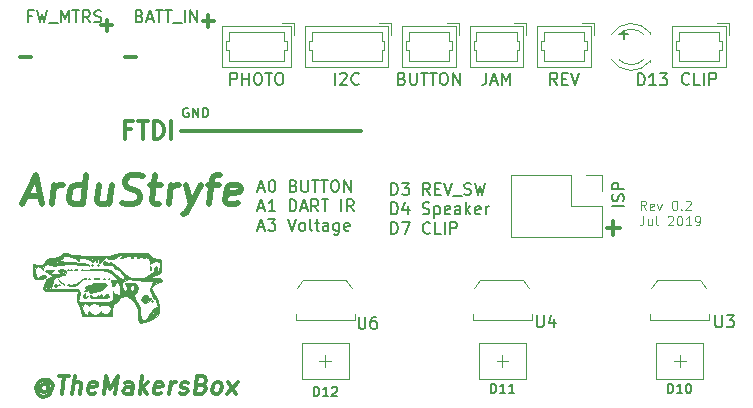
<source format=gto>
G04 #@! TF.FileFunction,Legend,Top*
%FSLAX46Y46*%
G04 Gerber Fmt 4.6, Leading zero omitted, Abs format (unit mm)*
G04 Created by KiCad (PCBNEW 4.0.7) date 07/04/19 20:50:11*
%MOMM*%
%LPD*%
G01*
G04 APERTURE LIST*
%ADD10C,0.100000*%
%ADD11C,0.300000*%
%ADD12C,0.150000*%
%ADD13C,0.350000*%
%ADD14C,0.500000*%
%ADD15C,0.120000*%
%ADD16C,0.010000*%
G04 APERTURE END LIST*
D10*
D11*
X46513810Y-89624286D02*
X47466191Y-89624286D01*
X53117810Y-86576286D02*
X54070191Y-86576286D01*
X53594001Y-87052476D02*
X53594001Y-86100095D01*
X37623810Y-89624286D02*
X38576191Y-89624286D01*
X44521810Y-86954286D02*
X45474191Y-86954286D01*
X44998001Y-87430476D02*
X44998001Y-86478095D01*
D12*
X47776096Y-86161571D02*
X47918953Y-86209190D01*
X47966572Y-86256810D01*
X48014191Y-86352048D01*
X48014191Y-86494905D01*
X47966572Y-86590143D01*
X47918953Y-86637762D01*
X47823715Y-86685381D01*
X47442762Y-86685381D01*
X47442762Y-85685381D01*
X47776096Y-85685381D01*
X47871334Y-85733000D01*
X47918953Y-85780619D01*
X47966572Y-85875857D01*
X47966572Y-85971095D01*
X47918953Y-86066333D01*
X47871334Y-86113952D01*
X47776096Y-86161571D01*
X47442762Y-86161571D01*
X48395143Y-86399667D02*
X48871334Y-86399667D01*
X48299905Y-86685381D02*
X48633238Y-85685381D01*
X48966572Y-86685381D01*
X49157048Y-85685381D02*
X49728477Y-85685381D01*
X49442762Y-86685381D02*
X49442762Y-85685381D01*
X49918953Y-85685381D02*
X50490382Y-85685381D01*
X50204667Y-86685381D02*
X50204667Y-85685381D01*
X50585620Y-86780619D02*
X51347525Y-86780619D01*
X51585620Y-86685381D02*
X51585620Y-85685381D01*
X52061810Y-86685381D02*
X52061810Y-85685381D01*
X52633239Y-86685381D01*
X52633239Y-85685381D01*
X38663905Y-86161571D02*
X38330571Y-86161571D01*
X38330571Y-86685381D02*
X38330571Y-85685381D01*
X38806762Y-85685381D01*
X39092476Y-85685381D02*
X39330571Y-86685381D01*
X39521048Y-85971095D01*
X39711524Y-86685381D01*
X39949619Y-85685381D01*
X40092476Y-86780619D02*
X40854381Y-86780619D01*
X41092476Y-86685381D02*
X41092476Y-85685381D01*
X41425810Y-86399667D01*
X41759143Y-85685381D01*
X41759143Y-86685381D01*
X42092476Y-85685381D02*
X42663905Y-85685381D01*
X42378190Y-86685381D02*
X42378190Y-85685381D01*
X43568667Y-86685381D02*
X43235333Y-86209190D01*
X42997238Y-86685381D02*
X42997238Y-85685381D01*
X43378191Y-85685381D01*
X43473429Y-85733000D01*
X43521048Y-85780619D01*
X43568667Y-85875857D01*
X43568667Y-86018714D01*
X43521048Y-86113952D01*
X43473429Y-86161571D01*
X43378191Y-86209190D01*
X42997238Y-86209190D01*
X43949619Y-86637762D02*
X44092476Y-86685381D01*
X44330572Y-86685381D01*
X44425810Y-86637762D01*
X44473429Y-86590143D01*
X44521048Y-86494905D01*
X44521048Y-86399667D01*
X44473429Y-86304429D01*
X44425810Y-86256810D01*
X44330572Y-86209190D01*
X44140095Y-86161571D01*
X44044857Y-86113952D01*
X43997238Y-86066333D01*
X43949619Y-85971095D01*
X43949619Y-85875857D01*
X43997238Y-85780619D01*
X44044857Y-85733000D01*
X44140095Y-85685381D01*
X44378191Y-85685381D01*
X44521048Y-85733000D01*
X51888477Y-93965000D02*
X51812286Y-93926905D01*
X51698001Y-93926905D01*
X51583715Y-93965000D01*
X51507524Y-94041190D01*
X51469429Y-94117381D01*
X51431334Y-94269762D01*
X51431334Y-94384048D01*
X51469429Y-94536429D01*
X51507524Y-94612619D01*
X51583715Y-94688810D01*
X51698001Y-94726905D01*
X51774191Y-94726905D01*
X51888477Y-94688810D01*
X51926572Y-94650714D01*
X51926572Y-94384048D01*
X51774191Y-94384048D01*
X52269429Y-94726905D02*
X52269429Y-93926905D01*
X52726572Y-94726905D01*
X52726572Y-93926905D01*
X53107524Y-94726905D02*
X53107524Y-93926905D01*
X53298000Y-93926905D01*
X53412286Y-93965000D01*
X53488477Y-94041190D01*
X53526572Y-94117381D01*
X53564667Y-94269762D01*
X53564667Y-94384048D01*
X53526572Y-94536429D01*
X53488477Y-94612619D01*
X53412286Y-94688810D01*
X53298000Y-94726905D01*
X53107524Y-94726905D01*
D11*
X47033715Y-95757857D02*
X46533715Y-95757857D01*
X46533715Y-96543571D02*
X46533715Y-95043571D01*
X47248001Y-95043571D01*
X47605143Y-95043571D02*
X48462286Y-95043571D01*
X48033715Y-96543571D02*
X48033715Y-95043571D01*
X48962286Y-96543571D02*
X48962286Y-95043571D01*
X49319429Y-95043571D01*
X49533714Y-95115000D01*
X49676572Y-95257857D01*
X49748000Y-95400714D01*
X49819429Y-95686429D01*
X49819429Y-95900714D01*
X49748000Y-96186429D01*
X49676572Y-96329286D01*
X49533714Y-96472143D01*
X49319429Y-96543571D01*
X48962286Y-96543571D01*
X50462286Y-96543571D02*
X50462286Y-95043571D01*
D13*
X66548000Y-95885000D02*
X51308000Y-95885000D01*
D11*
X87312572Y-104120143D02*
X88455429Y-104120143D01*
X87884000Y-104691571D02*
X87884000Y-103548714D01*
D12*
X69072095Y-101291381D02*
X69072095Y-100291381D01*
X69310190Y-100291381D01*
X69453048Y-100339000D01*
X69548286Y-100434238D01*
X69595905Y-100529476D01*
X69643524Y-100719952D01*
X69643524Y-100862810D01*
X69595905Y-101053286D01*
X69548286Y-101148524D01*
X69453048Y-101243762D01*
X69310190Y-101291381D01*
X69072095Y-101291381D01*
X69976857Y-100291381D02*
X70595905Y-100291381D01*
X70262571Y-100672333D01*
X70405429Y-100672333D01*
X70500667Y-100719952D01*
X70548286Y-100767571D01*
X70595905Y-100862810D01*
X70595905Y-101100905D01*
X70548286Y-101196143D01*
X70500667Y-101243762D01*
X70405429Y-101291381D01*
X70119714Y-101291381D01*
X70024476Y-101243762D01*
X69976857Y-101196143D01*
X72357810Y-101291381D02*
X72024476Y-100815190D01*
X71786381Y-101291381D02*
X71786381Y-100291381D01*
X72167334Y-100291381D01*
X72262572Y-100339000D01*
X72310191Y-100386619D01*
X72357810Y-100481857D01*
X72357810Y-100624714D01*
X72310191Y-100719952D01*
X72262572Y-100767571D01*
X72167334Y-100815190D01*
X71786381Y-100815190D01*
X72786381Y-100767571D02*
X73119715Y-100767571D01*
X73262572Y-101291381D02*
X72786381Y-101291381D01*
X72786381Y-100291381D01*
X73262572Y-100291381D01*
X73548286Y-100291381D02*
X73881619Y-101291381D01*
X74214953Y-100291381D01*
X74310191Y-101386619D02*
X75072096Y-101386619D01*
X75262572Y-101243762D02*
X75405429Y-101291381D01*
X75643525Y-101291381D01*
X75738763Y-101243762D01*
X75786382Y-101196143D01*
X75834001Y-101100905D01*
X75834001Y-101005667D01*
X75786382Y-100910429D01*
X75738763Y-100862810D01*
X75643525Y-100815190D01*
X75453048Y-100767571D01*
X75357810Y-100719952D01*
X75310191Y-100672333D01*
X75262572Y-100577095D01*
X75262572Y-100481857D01*
X75310191Y-100386619D01*
X75357810Y-100339000D01*
X75453048Y-100291381D01*
X75691144Y-100291381D01*
X75834001Y-100339000D01*
X76167334Y-100291381D02*
X76405429Y-101291381D01*
X76595906Y-100577095D01*
X76786382Y-101291381D01*
X77024477Y-100291381D01*
X69072095Y-102941381D02*
X69072095Y-101941381D01*
X69310190Y-101941381D01*
X69453048Y-101989000D01*
X69548286Y-102084238D01*
X69595905Y-102179476D01*
X69643524Y-102369952D01*
X69643524Y-102512810D01*
X69595905Y-102703286D01*
X69548286Y-102798524D01*
X69453048Y-102893762D01*
X69310190Y-102941381D01*
X69072095Y-102941381D01*
X70500667Y-102274714D02*
X70500667Y-102941381D01*
X70262571Y-101893762D02*
X70024476Y-102608048D01*
X70643524Y-102608048D01*
X71738762Y-102893762D02*
X71881619Y-102941381D01*
X72119715Y-102941381D01*
X72214953Y-102893762D01*
X72262572Y-102846143D01*
X72310191Y-102750905D01*
X72310191Y-102655667D01*
X72262572Y-102560429D01*
X72214953Y-102512810D01*
X72119715Y-102465190D01*
X71929238Y-102417571D01*
X71834000Y-102369952D01*
X71786381Y-102322333D01*
X71738762Y-102227095D01*
X71738762Y-102131857D01*
X71786381Y-102036619D01*
X71834000Y-101989000D01*
X71929238Y-101941381D01*
X72167334Y-101941381D01*
X72310191Y-101989000D01*
X72738762Y-102274714D02*
X72738762Y-103274714D01*
X72738762Y-102322333D02*
X72834000Y-102274714D01*
X73024477Y-102274714D01*
X73119715Y-102322333D01*
X73167334Y-102369952D01*
X73214953Y-102465190D01*
X73214953Y-102750905D01*
X73167334Y-102846143D01*
X73119715Y-102893762D01*
X73024477Y-102941381D01*
X72834000Y-102941381D01*
X72738762Y-102893762D01*
X74024477Y-102893762D02*
X73929239Y-102941381D01*
X73738762Y-102941381D01*
X73643524Y-102893762D01*
X73595905Y-102798524D01*
X73595905Y-102417571D01*
X73643524Y-102322333D01*
X73738762Y-102274714D01*
X73929239Y-102274714D01*
X74024477Y-102322333D01*
X74072096Y-102417571D01*
X74072096Y-102512810D01*
X73595905Y-102608048D01*
X74929239Y-102941381D02*
X74929239Y-102417571D01*
X74881620Y-102322333D01*
X74786382Y-102274714D01*
X74595905Y-102274714D01*
X74500667Y-102322333D01*
X74929239Y-102893762D02*
X74834001Y-102941381D01*
X74595905Y-102941381D01*
X74500667Y-102893762D01*
X74453048Y-102798524D01*
X74453048Y-102703286D01*
X74500667Y-102608048D01*
X74595905Y-102560429D01*
X74834001Y-102560429D01*
X74929239Y-102512810D01*
X75405429Y-102941381D02*
X75405429Y-101941381D01*
X75500667Y-102560429D02*
X75786382Y-102941381D01*
X75786382Y-102274714D02*
X75405429Y-102655667D01*
X76595906Y-102893762D02*
X76500668Y-102941381D01*
X76310191Y-102941381D01*
X76214953Y-102893762D01*
X76167334Y-102798524D01*
X76167334Y-102417571D01*
X76214953Y-102322333D01*
X76310191Y-102274714D01*
X76500668Y-102274714D01*
X76595906Y-102322333D01*
X76643525Y-102417571D01*
X76643525Y-102512810D01*
X76167334Y-102608048D01*
X77072096Y-102941381D02*
X77072096Y-102274714D01*
X77072096Y-102465190D02*
X77119715Y-102369952D01*
X77167334Y-102322333D01*
X77262572Y-102274714D01*
X77357811Y-102274714D01*
X69072095Y-104591381D02*
X69072095Y-103591381D01*
X69310190Y-103591381D01*
X69453048Y-103639000D01*
X69548286Y-103734238D01*
X69595905Y-103829476D01*
X69643524Y-104019952D01*
X69643524Y-104162810D01*
X69595905Y-104353286D01*
X69548286Y-104448524D01*
X69453048Y-104543762D01*
X69310190Y-104591381D01*
X69072095Y-104591381D01*
X69976857Y-103591381D02*
X70643524Y-103591381D01*
X70214952Y-104591381D01*
X72357810Y-104496143D02*
X72310191Y-104543762D01*
X72167334Y-104591381D01*
X72072096Y-104591381D01*
X71929238Y-104543762D01*
X71834000Y-104448524D01*
X71786381Y-104353286D01*
X71738762Y-104162810D01*
X71738762Y-104019952D01*
X71786381Y-103829476D01*
X71834000Y-103734238D01*
X71929238Y-103639000D01*
X72072096Y-103591381D01*
X72167334Y-103591381D01*
X72310191Y-103639000D01*
X72357810Y-103686619D01*
X73262572Y-104591381D02*
X72786381Y-104591381D01*
X72786381Y-103591381D01*
X73595905Y-104591381D02*
X73595905Y-103591381D01*
X74072095Y-104591381D02*
X74072095Y-103591381D01*
X74453048Y-103591381D01*
X74548286Y-103639000D01*
X74595905Y-103686619D01*
X74643524Y-103781857D01*
X74643524Y-103924714D01*
X74595905Y-104019952D01*
X74548286Y-104067571D01*
X74453048Y-104115190D01*
X74072095Y-104115190D01*
X57848476Y-100751667D02*
X58324667Y-100751667D01*
X57753238Y-101037381D02*
X58086571Y-100037381D01*
X58419905Y-101037381D01*
X58943714Y-100037381D02*
X59038953Y-100037381D01*
X59134191Y-100085000D01*
X59181810Y-100132619D01*
X59229429Y-100227857D01*
X59277048Y-100418333D01*
X59277048Y-100656429D01*
X59229429Y-100846905D01*
X59181810Y-100942143D01*
X59134191Y-100989762D01*
X59038953Y-101037381D01*
X58943714Y-101037381D01*
X58848476Y-100989762D01*
X58800857Y-100942143D01*
X58753238Y-100846905D01*
X58705619Y-100656429D01*
X58705619Y-100418333D01*
X58753238Y-100227857D01*
X58800857Y-100132619D01*
X58848476Y-100085000D01*
X58943714Y-100037381D01*
X60800858Y-100513571D02*
X60943715Y-100561190D01*
X60991334Y-100608810D01*
X61038953Y-100704048D01*
X61038953Y-100846905D01*
X60991334Y-100942143D01*
X60943715Y-100989762D01*
X60848477Y-101037381D01*
X60467524Y-101037381D01*
X60467524Y-100037381D01*
X60800858Y-100037381D01*
X60896096Y-100085000D01*
X60943715Y-100132619D01*
X60991334Y-100227857D01*
X60991334Y-100323095D01*
X60943715Y-100418333D01*
X60896096Y-100465952D01*
X60800858Y-100513571D01*
X60467524Y-100513571D01*
X61467524Y-100037381D02*
X61467524Y-100846905D01*
X61515143Y-100942143D01*
X61562762Y-100989762D01*
X61658000Y-101037381D01*
X61848477Y-101037381D01*
X61943715Y-100989762D01*
X61991334Y-100942143D01*
X62038953Y-100846905D01*
X62038953Y-100037381D01*
X62372286Y-100037381D02*
X62943715Y-100037381D01*
X62658000Y-101037381D02*
X62658000Y-100037381D01*
X63134191Y-100037381D02*
X63705620Y-100037381D01*
X63419905Y-101037381D02*
X63419905Y-100037381D01*
X64229429Y-100037381D02*
X64419906Y-100037381D01*
X64515144Y-100085000D01*
X64610382Y-100180238D01*
X64658001Y-100370714D01*
X64658001Y-100704048D01*
X64610382Y-100894524D01*
X64515144Y-100989762D01*
X64419906Y-101037381D01*
X64229429Y-101037381D01*
X64134191Y-100989762D01*
X64038953Y-100894524D01*
X63991334Y-100704048D01*
X63991334Y-100370714D01*
X64038953Y-100180238D01*
X64134191Y-100085000D01*
X64229429Y-100037381D01*
X65086572Y-101037381D02*
X65086572Y-100037381D01*
X65658001Y-101037381D01*
X65658001Y-100037381D01*
X57848476Y-102401667D02*
X58324667Y-102401667D01*
X57753238Y-102687381D02*
X58086571Y-101687381D01*
X58419905Y-102687381D01*
X59277048Y-102687381D02*
X58705619Y-102687381D01*
X58991333Y-102687381D02*
X58991333Y-101687381D01*
X58896095Y-101830238D01*
X58800857Y-101925476D01*
X58705619Y-101973095D01*
X60467524Y-102687381D02*
X60467524Y-101687381D01*
X60705619Y-101687381D01*
X60848477Y-101735000D01*
X60943715Y-101830238D01*
X60991334Y-101925476D01*
X61038953Y-102115952D01*
X61038953Y-102258810D01*
X60991334Y-102449286D01*
X60943715Y-102544524D01*
X60848477Y-102639762D01*
X60705619Y-102687381D01*
X60467524Y-102687381D01*
X61419905Y-102401667D02*
X61896096Y-102401667D01*
X61324667Y-102687381D02*
X61658000Y-101687381D01*
X61991334Y-102687381D01*
X62896096Y-102687381D02*
X62562762Y-102211190D01*
X62324667Y-102687381D02*
X62324667Y-101687381D01*
X62705620Y-101687381D01*
X62800858Y-101735000D01*
X62848477Y-101782619D01*
X62896096Y-101877857D01*
X62896096Y-102020714D01*
X62848477Y-102115952D01*
X62800858Y-102163571D01*
X62705620Y-102211190D01*
X62324667Y-102211190D01*
X63181810Y-101687381D02*
X63753239Y-101687381D01*
X63467524Y-102687381D02*
X63467524Y-101687381D01*
X64848477Y-102687381D02*
X64848477Y-101687381D01*
X65896096Y-102687381D02*
X65562762Y-102211190D01*
X65324667Y-102687381D02*
X65324667Y-101687381D01*
X65705620Y-101687381D01*
X65800858Y-101735000D01*
X65848477Y-101782619D01*
X65896096Y-101877857D01*
X65896096Y-102020714D01*
X65848477Y-102115952D01*
X65800858Y-102163571D01*
X65705620Y-102211190D01*
X65324667Y-102211190D01*
X57848476Y-104051667D02*
X58324667Y-104051667D01*
X57753238Y-104337381D02*
X58086571Y-103337381D01*
X58419905Y-104337381D01*
X58658000Y-103337381D02*
X59277048Y-103337381D01*
X58943714Y-103718333D01*
X59086572Y-103718333D01*
X59181810Y-103765952D01*
X59229429Y-103813571D01*
X59277048Y-103908810D01*
X59277048Y-104146905D01*
X59229429Y-104242143D01*
X59181810Y-104289762D01*
X59086572Y-104337381D01*
X58800857Y-104337381D01*
X58705619Y-104289762D01*
X58658000Y-104242143D01*
X60324667Y-103337381D02*
X60658000Y-104337381D01*
X60991334Y-103337381D01*
X61467524Y-104337381D02*
X61372286Y-104289762D01*
X61324667Y-104242143D01*
X61277048Y-104146905D01*
X61277048Y-103861190D01*
X61324667Y-103765952D01*
X61372286Y-103718333D01*
X61467524Y-103670714D01*
X61610382Y-103670714D01*
X61705620Y-103718333D01*
X61753239Y-103765952D01*
X61800858Y-103861190D01*
X61800858Y-104146905D01*
X61753239Y-104242143D01*
X61705620Y-104289762D01*
X61610382Y-104337381D01*
X61467524Y-104337381D01*
X62372286Y-104337381D02*
X62277048Y-104289762D01*
X62229429Y-104194524D01*
X62229429Y-103337381D01*
X62610382Y-103670714D02*
X62991334Y-103670714D01*
X62753239Y-103337381D02*
X62753239Y-104194524D01*
X62800858Y-104289762D01*
X62896096Y-104337381D01*
X62991334Y-104337381D01*
X63753240Y-104337381D02*
X63753240Y-103813571D01*
X63705621Y-103718333D01*
X63610383Y-103670714D01*
X63419906Y-103670714D01*
X63324668Y-103718333D01*
X63753240Y-104289762D02*
X63658002Y-104337381D01*
X63419906Y-104337381D01*
X63324668Y-104289762D01*
X63277049Y-104194524D01*
X63277049Y-104099286D01*
X63324668Y-104004048D01*
X63419906Y-103956429D01*
X63658002Y-103956429D01*
X63753240Y-103908810D01*
X64658002Y-103670714D02*
X64658002Y-104480238D01*
X64610383Y-104575476D01*
X64562764Y-104623095D01*
X64467525Y-104670714D01*
X64324668Y-104670714D01*
X64229430Y-104623095D01*
X64658002Y-104289762D02*
X64562764Y-104337381D01*
X64372287Y-104337381D01*
X64277049Y-104289762D01*
X64229430Y-104242143D01*
X64181811Y-104146905D01*
X64181811Y-103861190D01*
X64229430Y-103765952D01*
X64277049Y-103718333D01*
X64372287Y-103670714D01*
X64562764Y-103670714D01*
X64658002Y-103718333D01*
X65515145Y-104289762D02*
X65419907Y-104337381D01*
X65229430Y-104337381D01*
X65134192Y-104289762D01*
X65086573Y-104194524D01*
X65086573Y-103813571D01*
X65134192Y-103718333D01*
X65229430Y-103670714D01*
X65419907Y-103670714D01*
X65515145Y-103718333D01*
X65562764Y-103813571D01*
X65562764Y-103908810D01*
X65086573Y-104004048D01*
D14*
X38172357Y-101381667D02*
X39362834Y-101381667D01*
X37844976Y-102095952D02*
X38990810Y-99595952D01*
X39511643Y-102095952D01*
X40344976Y-102095952D02*
X40553309Y-100429286D01*
X40493786Y-100905476D02*
X40642595Y-100667381D01*
X40776523Y-100548333D01*
X41029500Y-100429286D01*
X41267595Y-100429286D01*
X42964024Y-102095952D02*
X43276524Y-99595952D01*
X42978905Y-101976905D02*
X42725928Y-102095952D01*
X42249738Y-102095952D01*
X42026524Y-101976905D01*
X41922357Y-101857857D01*
X41833071Y-101619762D01*
X41922357Y-100905476D01*
X42071166Y-100667381D01*
X42205095Y-100548333D01*
X42458071Y-100429286D01*
X42934261Y-100429286D01*
X43157476Y-100548333D01*
X45434262Y-100429286D02*
X45225929Y-102095952D01*
X44362833Y-100429286D02*
X44199143Y-101738810D01*
X44288429Y-101976905D01*
X44511643Y-102095952D01*
X44868786Y-102095952D01*
X45121762Y-101976905D01*
X45255691Y-101857857D01*
X46312238Y-101976905D02*
X46654500Y-102095952D01*
X47249738Y-102095952D01*
X47502715Y-101976905D01*
X47636643Y-101857857D01*
X47785453Y-101619762D01*
X47815215Y-101381667D01*
X47725929Y-101143571D01*
X47621763Y-101024524D01*
X47398548Y-100905476D01*
X46937238Y-100786429D01*
X46714024Y-100667381D01*
X46609857Y-100548333D01*
X46520571Y-100310238D01*
X46550333Y-100072143D01*
X46699143Y-99834048D01*
X46833072Y-99715000D01*
X47086048Y-99595952D01*
X47681286Y-99595952D01*
X48023548Y-99715000D01*
X48648547Y-100429286D02*
X49600928Y-100429286D01*
X49109857Y-99595952D02*
X48842000Y-101738810D01*
X48931286Y-101976905D01*
X49154500Y-102095952D01*
X49392595Y-102095952D01*
X50225928Y-102095952D02*
X50434261Y-100429286D01*
X50374738Y-100905476D02*
X50523547Y-100667381D01*
X50657475Y-100548333D01*
X50910452Y-100429286D01*
X51148547Y-100429286D01*
X51743785Y-100429286D02*
X52130690Y-102095952D01*
X52934261Y-100429286D02*
X52130690Y-102095952D01*
X51818190Y-102691190D01*
X51684261Y-102810238D01*
X51431285Y-102929286D01*
X53529499Y-100429286D02*
X54481880Y-100429286D01*
X53678309Y-102095952D02*
X53946166Y-99953095D01*
X54094976Y-99715000D01*
X54347952Y-99595952D01*
X54586047Y-99595952D01*
X56074142Y-101976905D02*
X55821166Y-102095952D01*
X55344975Y-102095952D01*
X55121761Y-101976905D01*
X55032475Y-101738810D01*
X55151522Y-100786429D01*
X55300332Y-100548333D01*
X55553308Y-100429286D01*
X56029499Y-100429286D01*
X56252713Y-100548333D01*
X56341999Y-100786429D01*
X56312238Y-101024524D01*
X55091999Y-101262619D01*
D12*
X62528571Y-118344905D02*
X62528571Y-117544905D01*
X62719047Y-117544905D01*
X62833333Y-117583000D01*
X62909524Y-117659190D01*
X62947619Y-117735381D01*
X62985714Y-117887762D01*
X62985714Y-118002048D01*
X62947619Y-118154429D01*
X62909524Y-118230619D01*
X62833333Y-118306810D01*
X62719047Y-118344905D01*
X62528571Y-118344905D01*
X63747619Y-118344905D02*
X63290476Y-118344905D01*
X63519047Y-118344905D02*
X63519047Y-117544905D01*
X63442857Y-117659190D01*
X63366666Y-117735381D01*
X63290476Y-117773476D01*
X64052381Y-117621095D02*
X64090476Y-117583000D01*
X64166667Y-117544905D01*
X64357143Y-117544905D01*
X64433333Y-117583000D01*
X64471429Y-117621095D01*
X64509524Y-117697286D01*
X64509524Y-117773476D01*
X64471429Y-117887762D01*
X64014286Y-118344905D01*
X64509524Y-118344905D01*
X77514571Y-118090905D02*
X77514571Y-117290905D01*
X77705047Y-117290905D01*
X77819333Y-117329000D01*
X77895524Y-117405190D01*
X77933619Y-117481381D01*
X77971714Y-117633762D01*
X77971714Y-117748048D01*
X77933619Y-117900429D01*
X77895524Y-117976619D01*
X77819333Y-118052810D01*
X77705047Y-118090905D01*
X77514571Y-118090905D01*
X78733619Y-118090905D02*
X78276476Y-118090905D01*
X78505047Y-118090905D02*
X78505047Y-117290905D01*
X78428857Y-117405190D01*
X78352666Y-117481381D01*
X78276476Y-117519476D01*
X79495524Y-118090905D02*
X79038381Y-118090905D01*
X79266952Y-118090905D02*
X79266952Y-117290905D01*
X79190762Y-117405190D01*
X79114571Y-117481381D01*
X79038381Y-117519476D01*
X92500571Y-118090905D02*
X92500571Y-117290905D01*
X92691047Y-117290905D01*
X92805333Y-117329000D01*
X92881524Y-117405190D01*
X92919619Y-117481381D01*
X92957714Y-117633762D01*
X92957714Y-117748048D01*
X92919619Y-117900429D01*
X92881524Y-117976619D01*
X92805333Y-118052810D01*
X92691047Y-118090905D01*
X92500571Y-118090905D01*
X93719619Y-118090905D02*
X93262476Y-118090905D01*
X93491047Y-118090905D02*
X93491047Y-117290905D01*
X93414857Y-117405190D01*
X93338666Y-117481381D01*
X93262476Y-117519476D01*
X94214857Y-117290905D02*
X94291048Y-117290905D01*
X94367238Y-117329000D01*
X94405333Y-117367095D01*
X94443429Y-117443286D01*
X94481524Y-117595667D01*
X94481524Y-117786143D01*
X94443429Y-117938524D01*
X94405333Y-118014714D01*
X94367238Y-118052810D01*
X94291048Y-118090905D01*
X94214857Y-118090905D01*
X94138667Y-118052810D01*
X94100571Y-118014714D01*
X94062476Y-117938524D01*
X94024381Y-117786143D01*
X94024381Y-117595667D01*
X94062476Y-117443286D01*
X94100571Y-117367095D01*
X94138667Y-117329000D01*
X94214857Y-117290905D01*
D11*
X40038178Y-117439286D02*
X39975679Y-117367857D01*
X39841750Y-117296429D01*
X39698892Y-117296429D01*
X39547107Y-117367857D01*
X39466750Y-117439286D01*
X39377464Y-117582143D01*
X39359607Y-117725000D01*
X39413179Y-117867857D01*
X39475678Y-117939286D01*
X39609607Y-118010714D01*
X39752465Y-118010714D01*
X39904250Y-117939286D01*
X39984607Y-117867857D01*
X40056035Y-117296429D02*
X39984607Y-117867857D01*
X40047107Y-117939286D01*
X40118535Y-117939286D01*
X40270322Y-117867857D01*
X40359607Y-117725000D01*
X40404250Y-117367857D01*
X40288179Y-117153571D01*
X40091750Y-117010714D01*
X39814964Y-116939286D01*
X39520322Y-117010714D01*
X39288179Y-117153571D01*
X39118536Y-117367857D01*
X39011393Y-117653571D01*
X39047107Y-117939286D01*
X39163179Y-118153571D01*
X39359607Y-118296429D01*
X39636393Y-118367857D01*
X39931035Y-118296429D01*
X40163179Y-118153571D01*
X40922107Y-116653571D02*
X41779250Y-116653571D01*
X41163179Y-118153571D02*
X41350679Y-116653571D01*
X42091750Y-118153571D02*
X42279250Y-116653571D01*
X42734607Y-118153571D02*
X42832821Y-117367857D01*
X42779249Y-117225000D01*
X42645321Y-117153571D01*
X42431036Y-117153571D01*
X42279249Y-117225000D01*
X42198892Y-117296429D01*
X44029249Y-118082143D02*
X43877464Y-118153571D01*
X43591750Y-118153571D01*
X43457821Y-118082143D01*
X43404249Y-117939286D01*
X43475678Y-117367857D01*
X43564964Y-117225000D01*
X43716750Y-117153571D01*
X44002464Y-117153571D01*
X44136392Y-117225000D01*
X44189964Y-117367857D01*
X44172107Y-117510714D01*
X43439964Y-117653571D01*
X44734607Y-118153571D02*
X44922107Y-116653571D01*
X45288178Y-117725000D01*
X45922107Y-116653571D01*
X45734607Y-118153571D01*
X47091750Y-118153571D02*
X47189964Y-117367857D01*
X47136392Y-117225000D01*
X47002464Y-117153571D01*
X46716750Y-117153571D01*
X46564964Y-117225000D01*
X47100678Y-118082143D02*
X46948893Y-118153571D01*
X46591750Y-118153571D01*
X46457821Y-118082143D01*
X46404249Y-117939286D01*
X46422106Y-117796429D01*
X46511393Y-117653571D01*
X46663178Y-117582143D01*
X47020321Y-117582143D01*
X47172107Y-117510714D01*
X47806036Y-118153571D02*
X47993536Y-116653571D01*
X48020321Y-117582143D02*
X48377464Y-118153571D01*
X48502464Y-117153571D02*
X47859607Y-117725000D01*
X49600678Y-118082143D02*
X49448893Y-118153571D01*
X49163179Y-118153571D01*
X49029250Y-118082143D01*
X48975678Y-117939286D01*
X49047107Y-117367857D01*
X49136393Y-117225000D01*
X49288179Y-117153571D01*
X49573893Y-117153571D01*
X49707821Y-117225000D01*
X49761393Y-117367857D01*
X49743536Y-117510714D01*
X49011393Y-117653571D01*
X50306036Y-118153571D02*
X50431036Y-117153571D01*
X50395321Y-117439286D02*
X50484606Y-117296429D01*
X50564964Y-117225000D01*
X50716750Y-117153571D01*
X50859607Y-117153571D01*
X51172106Y-118082143D02*
X51306035Y-118153571D01*
X51591750Y-118153571D01*
X51743535Y-118082143D01*
X51832820Y-117939286D01*
X51841749Y-117867857D01*
X51788178Y-117725000D01*
X51654250Y-117653571D01*
X51439964Y-117653571D01*
X51306035Y-117582143D01*
X51252463Y-117439286D01*
X51261392Y-117367857D01*
X51350678Y-117225000D01*
X51502464Y-117153571D01*
X51716750Y-117153571D01*
X51850678Y-117225000D01*
X53047107Y-117367857D02*
X53252464Y-117439286D01*
X53314964Y-117510714D01*
X53368536Y-117653571D01*
X53341750Y-117867857D01*
X53252464Y-118010714D01*
X53172107Y-118082143D01*
X53020321Y-118153571D01*
X52448893Y-118153571D01*
X52636393Y-116653571D01*
X53136393Y-116653571D01*
X53270321Y-116725000D01*
X53332821Y-116796429D01*
X53386392Y-116939286D01*
X53368535Y-117082143D01*
X53279250Y-117225000D01*
X53198892Y-117296429D01*
X53047107Y-117367857D01*
X52547107Y-117367857D01*
X54163179Y-118153571D02*
X54029249Y-118082143D01*
X53966750Y-118010714D01*
X53913178Y-117867857D01*
X53966749Y-117439286D01*
X54056035Y-117296429D01*
X54136392Y-117225000D01*
X54288179Y-117153571D01*
X54502464Y-117153571D01*
X54636392Y-117225000D01*
X54698892Y-117296429D01*
X54752464Y-117439286D01*
X54698893Y-117867857D01*
X54609607Y-118010714D01*
X54529249Y-118082143D01*
X54377464Y-118153571D01*
X54163179Y-118153571D01*
X55163179Y-118153571D02*
X56073893Y-117153571D01*
X55288179Y-117153571D02*
X55948893Y-118153571D01*
D10*
X90645619Y-102576905D02*
X90378952Y-102195952D01*
X90188476Y-102576905D02*
X90188476Y-101776905D01*
X90493238Y-101776905D01*
X90569429Y-101815000D01*
X90607524Y-101853095D01*
X90645619Y-101929286D01*
X90645619Y-102043571D01*
X90607524Y-102119762D01*
X90569429Y-102157857D01*
X90493238Y-102195952D01*
X90188476Y-102195952D01*
X91293238Y-102538810D02*
X91217048Y-102576905D01*
X91064667Y-102576905D01*
X90988476Y-102538810D01*
X90950381Y-102462619D01*
X90950381Y-102157857D01*
X90988476Y-102081667D01*
X91064667Y-102043571D01*
X91217048Y-102043571D01*
X91293238Y-102081667D01*
X91331333Y-102157857D01*
X91331333Y-102234048D01*
X90950381Y-102310238D01*
X91598000Y-102043571D02*
X91788476Y-102576905D01*
X91978952Y-102043571D01*
X93045619Y-101776905D02*
X93121810Y-101776905D01*
X93198000Y-101815000D01*
X93236095Y-101853095D01*
X93274191Y-101929286D01*
X93312286Y-102081667D01*
X93312286Y-102272143D01*
X93274191Y-102424524D01*
X93236095Y-102500714D01*
X93198000Y-102538810D01*
X93121810Y-102576905D01*
X93045619Y-102576905D01*
X92969429Y-102538810D01*
X92931333Y-102500714D01*
X92893238Y-102424524D01*
X92855143Y-102272143D01*
X92855143Y-102081667D01*
X92893238Y-101929286D01*
X92931333Y-101853095D01*
X92969429Y-101815000D01*
X93045619Y-101776905D01*
X93655143Y-102500714D02*
X93693238Y-102538810D01*
X93655143Y-102576905D01*
X93617048Y-102538810D01*
X93655143Y-102500714D01*
X93655143Y-102576905D01*
X93998000Y-101853095D02*
X94036095Y-101815000D01*
X94112286Y-101776905D01*
X94302762Y-101776905D01*
X94378952Y-101815000D01*
X94417048Y-101853095D01*
X94455143Y-101929286D01*
X94455143Y-102005476D01*
X94417048Y-102119762D01*
X93959905Y-102576905D01*
X94455143Y-102576905D01*
X90417048Y-103076905D02*
X90417048Y-103648333D01*
X90378952Y-103762619D01*
X90302762Y-103838810D01*
X90188476Y-103876905D01*
X90112286Y-103876905D01*
X91140857Y-103343571D02*
X91140857Y-103876905D01*
X90798000Y-103343571D02*
X90798000Y-103762619D01*
X90836095Y-103838810D01*
X90912286Y-103876905D01*
X91026572Y-103876905D01*
X91102762Y-103838810D01*
X91140857Y-103800714D01*
X91636096Y-103876905D02*
X91559905Y-103838810D01*
X91521810Y-103762619D01*
X91521810Y-103076905D01*
X92512287Y-103153095D02*
X92550382Y-103115000D01*
X92626573Y-103076905D01*
X92817049Y-103076905D01*
X92893239Y-103115000D01*
X92931335Y-103153095D01*
X92969430Y-103229286D01*
X92969430Y-103305476D01*
X92931335Y-103419762D01*
X92474192Y-103876905D01*
X92969430Y-103876905D01*
X93464668Y-103076905D02*
X93540859Y-103076905D01*
X93617049Y-103115000D01*
X93655144Y-103153095D01*
X93693240Y-103229286D01*
X93731335Y-103381667D01*
X93731335Y-103572143D01*
X93693240Y-103724524D01*
X93655144Y-103800714D01*
X93617049Y-103838810D01*
X93540859Y-103876905D01*
X93464668Y-103876905D01*
X93388478Y-103838810D01*
X93350382Y-103800714D01*
X93312287Y-103724524D01*
X93274192Y-103572143D01*
X93274192Y-103381667D01*
X93312287Y-103229286D01*
X93350382Y-103153095D01*
X93388478Y-103115000D01*
X93464668Y-103076905D01*
X94493240Y-103876905D02*
X94036097Y-103876905D01*
X94264668Y-103876905D02*
X94264668Y-103076905D01*
X94188478Y-103191190D01*
X94112287Y-103267381D01*
X94036097Y-103305476D01*
X94874192Y-103876905D02*
X95026573Y-103876905D01*
X95102764Y-103838810D01*
X95140859Y-103800714D01*
X95217050Y-103686429D01*
X95255145Y-103534048D01*
X95255145Y-103229286D01*
X95217050Y-103153095D01*
X95178954Y-103115000D01*
X95102764Y-103076905D01*
X94950383Y-103076905D01*
X94874192Y-103115000D01*
X94836097Y-103153095D01*
X94798002Y-103229286D01*
X94798002Y-103419762D01*
X94836097Y-103495952D01*
X94874192Y-103534048D01*
X94950383Y-103572143D01*
X95102764Y-103572143D01*
X95178954Y-103534048D01*
X95217050Y-103495952D01*
X95255145Y-103419762D01*
D15*
X87735665Y-89851608D02*
G75*
G03X90968000Y-90008516I1672335J1078608D01*
G01*
X87735665Y-87694392D02*
G75*
G02X90968000Y-87537484I1672335J-1078608D01*
G01*
X88366870Y-89852837D02*
G75*
G03X90448961Y-89853000I1041130J1079837D01*
G01*
X88366870Y-87693163D02*
G75*
G02X90448961Y-87693000I1041130J-1079837D01*
G01*
X90968000Y-90009000D02*
X90968000Y-89853000D01*
X90968000Y-87693000D02*
X90968000Y-87537000D01*
D10*
X95498000Y-116865000D02*
X91498000Y-116865000D01*
X91498000Y-116865000D02*
X91498000Y-113865000D01*
X91498000Y-113865000D02*
X95498000Y-113865000D01*
X95498000Y-113865000D02*
X95498000Y-116865000D01*
X93498000Y-115865000D02*
X93498000Y-114865000D01*
X93998000Y-115365000D02*
X92998000Y-115365000D01*
X95998000Y-111365000D02*
X95998000Y-111865000D01*
X95998000Y-111865000D02*
X90998000Y-111865000D01*
X90998000Y-111865000D02*
X90998000Y-111365000D01*
D15*
X95258000Y-108515000D02*
X91658000Y-108515000D01*
X95782184Y-109242205D02*
G75*
G03X95258000Y-108515000I-2324184J-1122795D01*
G01*
X91133816Y-109242205D02*
G75*
G02X91658000Y-108515000I2324184J-1122795D01*
G01*
D10*
X80498000Y-116865000D02*
X76498000Y-116865000D01*
X76498000Y-116865000D02*
X76498000Y-113865000D01*
X76498000Y-113865000D02*
X80498000Y-113865000D01*
X80498000Y-113865000D02*
X80498000Y-116865000D01*
X78498000Y-115865000D02*
X78498000Y-114865000D01*
X78998000Y-115365000D02*
X77998000Y-115365000D01*
X80998000Y-111365000D02*
X80998000Y-111865000D01*
X80998000Y-111865000D02*
X75998000Y-111865000D01*
X75998000Y-111865000D02*
X75998000Y-111365000D01*
D15*
X80258000Y-108515000D02*
X76658000Y-108515000D01*
X80782184Y-109242205D02*
G75*
G03X80258000Y-108515000I-2324184J-1122795D01*
G01*
X76133816Y-109242205D02*
G75*
G02X76658000Y-108515000I2324184J-1122795D01*
G01*
D10*
X65498000Y-116865000D02*
X61498000Y-116865000D01*
X61498000Y-116865000D02*
X61498000Y-113865000D01*
X61498000Y-113865000D02*
X65498000Y-113865000D01*
X65498000Y-113865000D02*
X65498000Y-116865000D01*
X63498000Y-115865000D02*
X63498000Y-114865000D01*
X63998000Y-115365000D02*
X62998000Y-115365000D01*
X65998000Y-111365000D02*
X65998000Y-111865000D01*
X65998000Y-111865000D02*
X60998000Y-111865000D01*
X60998000Y-111865000D02*
X60998000Y-111365000D01*
D15*
X65258000Y-108515000D02*
X61658000Y-108515000D01*
X65782184Y-109242205D02*
G75*
G03X65258000Y-108515000I-2324184J-1122795D01*
G01*
X61133816Y-109242205D02*
G75*
G02X61658000Y-108515000I2324184J-1122795D01*
G01*
X79188000Y-99635000D02*
X79188000Y-104835000D01*
X84328000Y-99635000D02*
X79188000Y-99635000D01*
X86928000Y-104835000D02*
X79188000Y-104835000D01*
X84328000Y-99635000D02*
X84328000Y-102235000D01*
X84328000Y-102235000D02*
X86928000Y-102235000D01*
X86928000Y-102235000D02*
X86928000Y-104835000D01*
X85598000Y-99635000D02*
X86928000Y-99635000D01*
X86928000Y-99635000D02*
X86928000Y-100965000D01*
X80263000Y-90490000D02*
X80263000Y-86990000D01*
X80263000Y-86990000D02*
X75713000Y-86990000D01*
X75713000Y-86990000D02*
X75713000Y-90490000D01*
X75713000Y-90490000D02*
X80263000Y-90490000D01*
X77988000Y-87540000D02*
X79713000Y-87540000D01*
X79713000Y-87540000D02*
X79713000Y-88265000D01*
X79713000Y-88265000D02*
X79913000Y-88265000D01*
X79913000Y-88265000D02*
X79913000Y-89065000D01*
X79913000Y-89065000D02*
X79713000Y-89065000D01*
X79713000Y-89065000D02*
X79713000Y-89940000D01*
X79713000Y-89940000D02*
X77988000Y-89940000D01*
X77988000Y-87540000D02*
X76263000Y-87540000D01*
X76263000Y-87540000D02*
X76263000Y-88265000D01*
X76263000Y-88265000D02*
X76063000Y-88265000D01*
X76063000Y-88265000D02*
X76063000Y-89065000D01*
X76063000Y-89065000D02*
X76263000Y-89065000D01*
X76263000Y-89065000D02*
X76263000Y-89940000D01*
X76263000Y-89940000D02*
X77988000Y-89940000D01*
X80513000Y-86740000D02*
X80513000Y-87740000D01*
X80513000Y-86740000D02*
X79513000Y-86740000D01*
X68833000Y-90490000D02*
X68833000Y-86990000D01*
X68833000Y-86990000D02*
X61783000Y-86990000D01*
X61783000Y-86990000D02*
X61783000Y-90490000D01*
X61783000Y-90490000D02*
X68833000Y-90490000D01*
X65308000Y-87540000D02*
X68283000Y-87540000D01*
X68283000Y-87540000D02*
X68283000Y-88265000D01*
X68283000Y-88265000D02*
X68483000Y-88265000D01*
X68483000Y-88265000D02*
X68483000Y-89065000D01*
X68483000Y-89065000D02*
X68283000Y-89065000D01*
X68283000Y-89065000D02*
X68283000Y-89940000D01*
X68283000Y-89940000D02*
X65308000Y-89940000D01*
X65308000Y-87540000D02*
X62333000Y-87540000D01*
X62333000Y-87540000D02*
X62333000Y-88265000D01*
X62333000Y-88265000D02*
X62133000Y-88265000D01*
X62133000Y-88265000D02*
X62133000Y-89065000D01*
X62133000Y-89065000D02*
X62333000Y-89065000D01*
X62333000Y-89065000D02*
X62333000Y-89940000D01*
X62333000Y-89940000D02*
X65308000Y-89940000D01*
X69083000Y-86740000D02*
X69083000Y-87740000D01*
X69083000Y-86740000D02*
X68083000Y-86740000D01*
X74548000Y-90490000D02*
X74548000Y-86990000D01*
X74548000Y-86990000D02*
X69998000Y-86990000D01*
X69998000Y-86990000D02*
X69998000Y-90490000D01*
X69998000Y-90490000D02*
X74548000Y-90490000D01*
X72273000Y-87540000D02*
X73998000Y-87540000D01*
X73998000Y-87540000D02*
X73998000Y-88265000D01*
X73998000Y-88265000D02*
X74198000Y-88265000D01*
X74198000Y-88265000D02*
X74198000Y-89065000D01*
X74198000Y-89065000D02*
X73998000Y-89065000D01*
X73998000Y-89065000D02*
X73998000Y-89940000D01*
X73998000Y-89940000D02*
X72273000Y-89940000D01*
X72273000Y-87540000D02*
X70548000Y-87540000D01*
X70548000Y-87540000D02*
X70548000Y-88265000D01*
X70548000Y-88265000D02*
X70348000Y-88265000D01*
X70348000Y-88265000D02*
X70348000Y-89065000D01*
X70348000Y-89065000D02*
X70548000Y-89065000D01*
X70548000Y-89065000D02*
X70548000Y-89940000D01*
X70548000Y-89940000D02*
X72273000Y-89940000D01*
X74798000Y-86740000D02*
X74798000Y-87740000D01*
X74798000Y-86740000D02*
X73798000Y-86740000D01*
X97408000Y-90490000D02*
X97408000Y-86990000D01*
X97408000Y-86990000D02*
X92858000Y-86990000D01*
X92858000Y-86990000D02*
X92858000Y-90490000D01*
X92858000Y-90490000D02*
X97408000Y-90490000D01*
X95133000Y-87540000D02*
X96858000Y-87540000D01*
X96858000Y-87540000D02*
X96858000Y-88265000D01*
X96858000Y-88265000D02*
X97058000Y-88265000D01*
X97058000Y-88265000D02*
X97058000Y-89065000D01*
X97058000Y-89065000D02*
X96858000Y-89065000D01*
X96858000Y-89065000D02*
X96858000Y-89940000D01*
X96858000Y-89940000D02*
X95133000Y-89940000D01*
X95133000Y-87540000D02*
X93408000Y-87540000D01*
X93408000Y-87540000D02*
X93408000Y-88265000D01*
X93408000Y-88265000D02*
X93208000Y-88265000D01*
X93208000Y-88265000D02*
X93208000Y-89065000D01*
X93208000Y-89065000D02*
X93408000Y-89065000D01*
X93408000Y-89065000D02*
X93408000Y-89940000D01*
X93408000Y-89940000D02*
X95133000Y-89940000D01*
X97658000Y-86740000D02*
X97658000Y-87740000D01*
X97658000Y-86740000D02*
X96658000Y-86740000D01*
X85978000Y-90490000D02*
X85978000Y-86990000D01*
X85978000Y-86990000D02*
X81428000Y-86990000D01*
X81428000Y-86990000D02*
X81428000Y-90490000D01*
X81428000Y-90490000D02*
X85978000Y-90490000D01*
X83703000Y-87540000D02*
X85428000Y-87540000D01*
X85428000Y-87540000D02*
X85428000Y-88265000D01*
X85428000Y-88265000D02*
X85628000Y-88265000D01*
X85628000Y-88265000D02*
X85628000Y-89065000D01*
X85628000Y-89065000D02*
X85428000Y-89065000D01*
X85428000Y-89065000D02*
X85428000Y-89940000D01*
X85428000Y-89940000D02*
X83703000Y-89940000D01*
X83703000Y-87540000D02*
X81978000Y-87540000D01*
X81978000Y-87540000D02*
X81978000Y-88265000D01*
X81978000Y-88265000D02*
X81778000Y-88265000D01*
X81778000Y-88265000D02*
X81778000Y-89065000D01*
X81778000Y-89065000D02*
X81978000Y-89065000D01*
X81978000Y-89065000D02*
X81978000Y-89940000D01*
X81978000Y-89940000D02*
X83703000Y-89940000D01*
X86228000Y-86740000D02*
X86228000Y-87740000D01*
X86228000Y-86740000D02*
X85228000Y-86740000D01*
X60578000Y-90490000D02*
X60578000Y-86990000D01*
X60578000Y-86990000D02*
X54778000Y-86990000D01*
X54778000Y-86990000D02*
X54778000Y-90490000D01*
X54778000Y-90490000D02*
X60578000Y-90490000D01*
X57678000Y-87540000D02*
X60028000Y-87540000D01*
X60028000Y-87540000D02*
X60028000Y-88265000D01*
X60028000Y-88265000D02*
X60228000Y-88265000D01*
X60228000Y-88265000D02*
X60228000Y-89065000D01*
X60228000Y-89065000D02*
X60028000Y-89065000D01*
X60028000Y-89065000D02*
X60028000Y-89940000D01*
X60028000Y-89940000D02*
X57678000Y-89940000D01*
X57678000Y-87540000D02*
X55328000Y-87540000D01*
X55328000Y-87540000D02*
X55328000Y-88265000D01*
X55328000Y-88265000D02*
X55128000Y-88265000D01*
X55128000Y-88265000D02*
X55128000Y-89065000D01*
X55128000Y-89065000D02*
X55328000Y-89065000D01*
X55328000Y-89065000D02*
X55328000Y-89940000D01*
X55328000Y-89940000D02*
X57678000Y-89940000D01*
X60828000Y-86740000D02*
X60828000Y-87740000D01*
X60828000Y-86740000D02*
X59828000Y-86740000D01*
D16*
G36*
X48109310Y-106206408D02*
X48385848Y-106238701D01*
X48552103Y-106299842D01*
X48655915Y-106396113D01*
X48672127Y-106418320D01*
X48916944Y-106607990D01*
X49216685Y-106700654D01*
X49440130Y-106742517D01*
X49551420Y-106848314D01*
X49589517Y-107088132D01*
X49593500Y-107378500D01*
X49584845Y-107755359D01*
X49530431Y-107948008D01*
X49387579Y-108026218D01*
X49180750Y-108053296D01*
X48861790Y-108124290D01*
X48781447Y-108223138D01*
X48934696Y-108305893D01*
X49212500Y-108331000D01*
X49541259Y-108372309D01*
X49656196Y-108504150D01*
X49657000Y-108521500D01*
X49562566Y-108690034D01*
X49480569Y-108712000D01*
X49259812Y-108787029D01*
X49009168Y-108950852D01*
X48714198Y-109189704D01*
X49078830Y-109740700D01*
X49341631Y-110270237D01*
X49457388Y-110803533D01*
X49420071Y-111273157D01*
X49244402Y-111591967D01*
X48988284Y-111759090D01*
X48592271Y-111933427D01*
X48165784Y-112073637D01*
X47818243Y-112138379D01*
X47796315Y-112139072D01*
X47702991Y-112021131D01*
X47667565Y-111683349D01*
X47669315Y-111537750D01*
X47603371Y-110989231D01*
X47396546Y-110492173D01*
X47088284Y-110104951D01*
X46718025Y-109885936D01*
X46534135Y-109857711D01*
X46205396Y-109918632D01*
X46010199Y-110144770D01*
X45997108Y-110172500D01*
X45829224Y-110407116D01*
X45666524Y-110490000D01*
X45527228Y-110596152D01*
X45450603Y-110927406D01*
X45441552Y-111029750D01*
X45402500Y-111569500D01*
X42862500Y-111569500D01*
X42823641Y-111125000D01*
X42755450Y-110834279D01*
X42920703Y-110834279D01*
X42971144Y-111127482D01*
X43084750Y-111316029D01*
X43294918Y-111485668D01*
X43414345Y-111426872D01*
X43435944Y-111283750D01*
X43459508Y-111140969D01*
X43548950Y-111236932D01*
X43550864Y-111239948D01*
X43742284Y-111382540D01*
X44020070Y-111443852D01*
X44285907Y-111421332D01*
X44441478Y-111312429D01*
X44451944Y-111263332D01*
X44489429Y-111147780D01*
X44547194Y-111201207D01*
X44785714Y-111389255D01*
X45049649Y-111376201D01*
X45260191Y-111192574D01*
X45339000Y-110894485D01*
X45261063Y-110699288D01*
X44993122Y-110595294D01*
X44926250Y-110584103D01*
X44609253Y-110580734D01*
X44422369Y-110661774D01*
X44420194Y-110664938D01*
X44339050Y-110730919D01*
X44324944Y-110648750D01*
X44211479Y-110533615D01*
X43942000Y-110490000D01*
X43666075Y-110536626D01*
X43550973Y-110648750D01*
X43525445Y-110742337D01*
X43476890Y-110648750D01*
X43311856Y-110515589D01*
X43169416Y-110490000D01*
X42989917Y-110591308D01*
X42920703Y-110834279D01*
X42755450Y-110834279D01*
X42742674Y-110779814D01*
X42597998Y-110538496D01*
X42583962Y-110526754D01*
X42447877Y-110314862D01*
X42451121Y-109955383D01*
X42456086Y-109923504D01*
X42529030Y-109474000D01*
X41076515Y-109474000D01*
X40448990Y-109470669D01*
X40032780Y-109456118D01*
X39785237Y-109423512D01*
X39663715Y-109366014D01*
X39625565Y-109276788D01*
X39623999Y-109241166D01*
X39627962Y-109220000D01*
X39751000Y-109220000D01*
X39794330Y-109343698D01*
X39807004Y-109347000D01*
X39915433Y-109258006D01*
X39941500Y-109220000D01*
X39931430Y-109102971D01*
X39885495Y-109093000D01*
X39756168Y-109185190D01*
X39751000Y-109220000D01*
X39627962Y-109220000D01*
X39670198Y-108994436D01*
X39717630Y-108914703D01*
X39722805Y-108902500D01*
X40005000Y-108902500D01*
X40068500Y-108966000D01*
X40132000Y-108902500D01*
X40068500Y-108839000D01*
X40005000Y-108902500D01*
X39722805Y-108902500D01*
X39801464Y-108717024D01*
X39812880Y-108607786D01*
X39889472Y-108441675D01*
X39973250Y-108426250D01*
X40118812Y-108374388D01*
X40132000Y-108323504D01*
X40209804Y-108247655D01*
X40259000Y-108267500D01*
X40378455Y-108305329D01*
X40344401Y-108198822D01*
X40173586Y-107992134D01*
X40142583Y-107960583D01*
X39941325Y-107806480D01*
X39825083Y-107791250D01*
X39754117Y-107774624D01*
X39751000Y-107742566D01*
X39862466Y-107660644D01*
X40135730Y-107620592D01*
X40185036Y-107619800D01*
X40458243Y-107631614D01*
X40512160Y-107683601D01*
X40407286Y-107780860D01*
X40269039Y-107897798D01*
X40290355Y-107959508D01*
X40509508Y-108000650D01*
X40671750Y-108020371D01*
X40953286Y-108012771D01*
X41006633Y-107899393D01*
X40949706Y-107823000D01*
X41211500Y-107823000D01*
X41221569Y-107940028D01*
X41267504Y-107950000D01*
X41396831Y-107857809D01*
X41402000Y-107823000D01*
X41358669Y-107699301D01*
X41345995Y-107696000D01*
X41237566Y-107784993D01*
X41211500Y-107823000D01*
X40949706Y-107823000D01*
X40889766Y-107742566D01*
X40876814Y-107646861D01*
X41100368Y-107611731D01*
X41143766Y-107611333D01*
X41429071Y-107653707D01*
X41526977Y-107803285D01*
X41529000Y-107844166D01*
X41429706Y-108040477D01*
X41275000Y-108077000D01*
X41068526Y-108123318D01*
X41020999Y-108187456D01*
X40913833Y-108267822D01*
X40735249Y-108282706D01*
X40498021Y-108344280D01*
X40432686Y-108521500D01*
X40358199Y-108990884D01*
X40207608Y-109238932D01*
X40201794Y-109243227D01*
X40234016Y-109284131D01*
X40458422Y-109283779D01*
X40582794Y-109271790D01*
X41128697Y-109234070D01*
X41198394Y-109233106D01*
X41148000Y-109283500D01*
X41211500Y-109347000D01*
X41275000Y-109283500D01*
X41224249Y-109232749D01*
X41772554Y-109225167D01*
X42359794Y-109246560D01*
X42449750Y-109253944D01*
X42631154Y-109345733D01*
X42699133Y-109610938D01*
X42701667Y-109728000D01*
X42668482Y-109886016D01*
X42614569Y-110077250D01*
X42585018Y-110199923D01*
X42612208Y-110281242D01*
X42736864Y-110329708D01*
X42999712Y-110353822D01*
X43441476Y-110362086D01*
X43983354Y-110363000D01*
X44649199Y-110358251D01*
X45099714Y-110332169D01*
X45325905Y-110278333D01*
X45635333Y-110278333D01*
X45652766Y-110353834D01*
X45720000Y-110363000D01*
X45824535Y-110316532D01*
X45804666Y-110278333D01*
X45653947Y-110263133D01*
X45635333Y-110278333D01*
X45325905Y-110278333D01*
X45373542Y-110266995D01*
X45509325Y-110144972D01*
X45545709Y-109948344D01*
X45521337Y-109659354D01*
X45520980Y-109656450D01*
X45508062Y-109464232D01*
X45537047Y-109486790D01*
X45543672Y-109507304D01*
X45651587Y-109660322D01*
X45729611Y-109658559D01*
X45839671Y-109675768D01*
X45847000Y-109716518D01*
X45937250Y-109798843D01*
X46008858Y-109784917D01*
X46083391Y-109664500D01*
X46736000Y-109664500D01*
X46799500Y-109728000D01*
X46863000Y-109664500D01*
X46799500Y-109601000D01*
X46736000Y-109664500D01*
X46083391Y-109664500D01*
X46117076Y-109610078D01*
X46122628Y-109218552D01*
X46122518Y-109217403D01*
X46093724Y-109053622D01*
X46278601Y-109053622D01*
X46352404Y-109329687D01*
X46500933Y-109463208D01*
X46652178Y-109435056D01*
X46713338Y-109279114D01*
X46923368Y-109279114D01*
X47048176Y-109406121D01*
X47143342Y-109419571D01*
X47324671Y-109351490D01*
X47327085Y-109192785D01*
X47337690Y-109005630D01*
X47404056Y-108966000D01*
X47488357Y-108921877D01*
X47474105Y-108899771D01*
X47318182Y-108887225D01*
X47167188Y-108931521D01*
X46964508Y-109090847D01*
X46923368Y-109279114D01*
X46713338Y-109279114D01*
X46734129Y-109226103D01*
X46736000Y-109175124D01*
X46652457Y-108891942D01*
X46513750Y-108795357D01*
X46497365Y-108764516D01*
X46690562Y-108751049D01*
X46926500Y-108754295D01*
X47306426Y-108779184D01*
X47501541Y-108844705D01*
X47580990Y-108986763D01*
X47599670Y-109103870D01*
X47560946Y-109411322D01*
X47447804Y-109589958D01*
X47326099Y-109774441D01*
X47372321Y-110047919D01*
X47385828Y-110084502D01*
X47521654Y-110358672D01*
X47640072Y-110499315D01*
X47721597Y-110659699D01*
X47798681Y-110990838D01*
X47839328Y-111285317D01*
X47886532Y-111684206D01*
X47942933Y-111879486D01*
X48040840Y-111920496D01*
X48212559Y-111856574D01*
X48213201Y-111856282D01*
X48440841Y-111705748D01*
X48456381Y-111680599D01*
X48675078Y-111680599D01*
X48677898Y-111743719D01*
X48824004Y-111760000D01*
X49035203Y-111690251D01*
X49078180Y-111644843D01*
X49037543Y-111579940D01*
X48895175Y-111596156D01*
X48675078Y-111680599D01*
X48456381Y-111680599D01*
X48518013Y-111580864D01*
X48567107Y-111472118D01*
X48688646Y-111472118D01*
X48744954Y-111506000D01*
X48931094Y-111412534D01*
X48963722Y-111370550D01*
X48979551Y-111315500D01*
X49149000Y-111315500D01*
X49212500Y-111379000D01*
X49276000Y-111315500D01*
X49212500Y-111252000D01*
X49149000Y-111315500D01*
X48979551Y-111315500D01*
X49011262Y-111205220D01*
X48912706Y-111191655D01*
X48770547Y-111312430D01*
X48688646Y-111472118D01*
X48567107Y-111472118D01*
X48598401Y-111402803D01*
X48792257Y-111137000D01*
X48847080Y-111072720D01*
X49073337Y-110846459D01*
X49211408Y-110807829D01*
X49285622Y-110882220D01*
X49383713Y-111000316D01*
X49382206Y-110891090D01*
X49281465Y-110560724D01*
X49263576Y-110508951D01*
X49145255Y-110237694D01*
X49042925Y-110110363D01*
X49035089Y-110109000D01*
X48938922Y-110001956D01*
X48812802Y-109736805D01*
X48783021Y-109658219D01*
X48688920Y-109321819D01*
X48719391Y-109082865D01*
X48815398Y-108909249D01*
X48929271Y-108713673D01*
X48890775Y-108630069D01*
X48655733Y-108610361D01*
X48540140Y-108609721D01*
X48128572Y-108586012D01*
X47625705Y-108527500D01*
X47399159Y-108492000D01*
X46840625Y-108446900D01*
X46480355Y-108546887D01*
X46302971Y-108799669D01*
X46278601Y-109053622D01*
X46093724Y-109053622D01*
X46063142Y-108879681D01*
X45947511Y-108733505D01*
X45826165Y-108712000D01*
X45656719Y-108759792D01*
X45651076Y-108830224D01*
X45635150Y-108993334D01*
X45595071Y-109028219D01*
X45476296Y-109025960D01*
X45466000Y-108983882D01*
X45423817Y-108764492D01*
X45386436Y-108652435D01*
X45369800Y-108515639D01*
X45511511Y-108498816D01*
X45672186Y-108531794D01*
X46037500Y-108618492D01*
X45604340Y-108161892D01*
X45382995Y-107940368D01*
X45186296Y-107802749D01*
X44943401Y-107725857D01*
X44583470Y-107686516D01*
X44080340Y-107663262D01*
X42989500Y-107621231D01*
X44100455Y-107595115D01*
X44635952Y-107585987D01*
X44988166Y-107601647D01*
X45227741Y-107660777D01*
X45425320Y-107782056D01*
X45651548Y-107984165D01*
X45682664Y-108013499D01*
X46074580Y-108337302D01*
X46349136Y-108452438D01*
X46523466Y-108365711D01*
X46533063Y-108351123D01*
X46495330Y-108206641D01*
X46323080Y-107986568D01*
X46085272Y-107756058D01*
X45850864Y-107580269D01*
X45688817Y-107524356D01*
X45669316Y-107535016D01*
X45606531Y-107527231D01*
X45614166Y-107441999D01*
X45581276Y-107317532D01*
X45376573Y-107265186D01*
X45134417Y-107261155D01*
X44805207Y-107251310D01*
X44670728Y-107186454D01*
X44673129Y-107038343D01*
X44673679Y-107036229D01*
X44760829Y-106879773D01*
X44908394Y-106945531D01*
X45156887Y-107033046D01*
X45274737Y-107015366D01*
X45479171Y-107064389D01*
X45817513Y-107303671D01*
X46185110Y-107636157D01*
X46553583Y-107984681D01*
X46819256Y-108191434D01*
X47059776Y-108293409D01*
X47352792Y-108327594D01*
X47643679Y-108330999D01*
X48096723Y-108312808D01*
X48366327Y-108245831D01*
X48521250Y-108111463D01*
X48535559Y-108089671D01*
X48719052Y-107924413D01*
X48854135Y-107912759D01*
X48986655Y-107867911D01*
X49022000Y-107646087D01*
X49065664Y-107401020D01*
X49154567Y-107314999D01*
X49264153Y-107412511D01*
X49266519Y-107473749D01*
X49257299Y-107748551D01*
X49260952Y-107812416D01*
X49303146Y-107945477D01*
X49371976Y-107875191D01*
X49443524Y-107647133D01*
X49486545Y-107382612D01*
X49502193Y-107083816D01*
X49421850Y-106959644D01*
X49190608Y-106934064D01*
X49162574Y-106934000D01*
X48875046Y-106982469D01*
X48725109Y-107092750D01*
X48672772Y-107117367D01*
X48651026Y-106979337D01*
X48549045Y-106727212D01*
X48330995Y-106591970D01*
X48121539Y-106623583D01*
X48016745Y-106595597D01*
X48006000Y-106535095D01*
X47968897Y-106440497D01*
X47853599Y-106527600D01*
X47670385Y-106656565D01*
X47548267Y-106664628D01*
X47565426Y-106546647D01*
X47565483Y-106546554D01*
X47512140Y-106463282D01*
X47219627Y-106438156D01*
X47064978Y-106443285D01*
X46720031Y-106481293D01*
X46510874Y-106543206D01*
X46482000Y-106576731D01*
X46377011Y-106663432D01*
X46259750Y-106678055D01*
X46112684Y-106657080D01*
X46203672Y-106568909D01*
X46228000Y-106553000D01*
X46327738Y-106460360D01*
X46201601Y-106429356D01*
X46132750Y-106427944D01*
X45909688Y-106469043D01*
X45847000Y-106539105D01*
X45735482Y-106627499D01*
X45461975Y-106696397D01*
X45411408Y-106703063D01*
X45141306Y-106711661D01*
X45033506Y-106667695D01*
X45037903Y-106653458D01*
X45006304Y-106558403D01*
X44966571Y-106552999D01*
X44801962Y-106649366D01*
X44674526Y-106806999D01*
X44506482Y-107004231D01*
X44376602Y-107054027D01*
X44346648Y-106943555D01*
X44368926Y-106870500D01*
X44360559Y-106713926D01*
X44216151Y-106690708D01*
X44014545Y-106798776D01*
X43932482Y-106881968D01*
X43780480Y-107014158D01*
X43655285Y-106934840D01*
X43631181Y-106903374D01*
X43419006Y-106753522D01*
X43389504Y-106743500D01*
X43688000Y-106743500D01*
X43751500Y-106807000D01*
X43815000Y-106743500D01*
X43751500Y-106680000D01*
X43688000Y-106743500D01*
X43389504Y-106743500D01*
X43092758Y-106642695D01*
X43084750Y-106641081D01*
X42797500Y-106608694D01*
X42682361Y-106683080D01*
X42667960Y-106778425D01*
X42648217Y-106927126D01*
X42560600Y-106860155D01*
X42507025Y-106791407D01*
X42288324Y-106641630D01*
X41933993Y-106519369D01*
X41812564Y-106494494D01*
X41471428Y-106452246D01*
X41313196Y-106487977D01*
X41275000Y-106612832D01*
X41212146Y-106751186D01*
X41131524Y-106733317D01*
X41034475Y-106734310D01*
X41046990Y-106821072D01*
X41161202Y-106918528D01*
X41448626Y-106980264D01*
X41944121Y-107012580D01*
X42133022Y-107017374D01*
X42646593Y-107044545D01*
X43082006Y-107098635D01*
X43360075Y-107169057D01*
X43392306Y-107185713D01*
X43532516Y-107286827D01*
X43455327Y-107281765D01*
X43413001Y-107269200D01*
X43141071Y-107226021D01*
X42706765Y-107197962D01*
X42187840Y-107185326D01*
X41662053Y-107188415D01*
X41207160Y-107207532D01*
X40900919Y-107242981D01*
X40843522Y-107259190D01*
X40551072Y-107287650D01*
X40250703Y-107223743D01*
X39895393Y-107171748D01*
X39677797Y-107320611D01*
X39619960Y-107562650D01*
X39589945Y-107674397D01*
X39481124Y-107579869D01*
X39435562Y-107521321D01*
X39205784Y-107342571D01*
X39006500Y-107385307D01*
X38891308Y-107618070D01*
X38885638Y-107844096D01*
X38976305Y-108185559D01*
X39147610Y-108298728D01*
X39382387Y-108173099D01*
X39398162Y-108157694D01*
X39638151Y-108044927D01*
X39761091Y-108083236D01*
X39868550Y-108225867D01*
X39772101Y-108352710D01*
X39521276Y-108431071D01*
X39227399Y-108435500D01*
X38969894Y-108395989D01*
X38837986Y-108294631D01*
X38781297Y-108060517D01*
X38759187Y-107776472D01*
X38719875Y-107158445D01*
X39163614Y-107210249D01*
X39486975Y-107215030D01*
X39630706Y-107124500D01*
X40386000Y-107124500D01*
X40449500Y-107188000D01*
X40513000Y-107124500D01*
X40449500Y-107061000D01*
X40386000Y-107124500D01*
X39630706Y-107124500D01*
X39665750Y-107102428D01*
X39739953Y-106971026D01*
X39773933Y-106934000D01*
X40703500Y-106934000D01*
X40713569Y-107051028D01*
X40759504Y-107061000D01*
X40888831Y-106968809D01*
X40894000Y-106934000D01*
X40850669Y-106810301D01*
X40837995Y-106807000D01*
X40729566Y-106895993D01*
X40703500Y-106934000D01*
X39773933Y-106934000D01*
X39948762Y-106743500D01*
X40513000Y-106743500D01*
X40576500Y-106807000D01*
X40640000Y-106743500D01*
X40576500Y-106680000D01*
X40513000Y-106743500D01*
X39948762Y-106743500D01*
X39963003Y-106727983D01*
X40161027Y-106670283D01*
X40652443Y-106617783D01*
X40994663Y-106479757D01*
X41155898Y-106355352D01*
X41373387Y-106215137D01*
X41615742Y-106235272D01*
X41758368Y-106288797D01*
X42034306Y-106355976D01*
X42473334Y-106410814D01*
X43020464Y-106452052D01*
X43620712Y-106478427D01*
X44219091Y-106488679D01*
X44760615Y-106481547D01*
X45190299Y-106455769D01*
X45453157Y-106410084D01*
X45507215Y-106374776D01*
X45667012Y-106298128D01*
X46078212Y-106243071D01*
X46739123Y-106209793D01*
X47034026Y-106203244D01*
X47674650Y-106196683D01*
X48109310Y-106206408D01*
X48109310Y-106206408D01*
G37*
X48109310Y-106206408D02*
X48385848Y-106238701D01*
X48552103Y-106299842D01*
X48655915Y-106396113D01*
X48672127Y-106418320D01*
X48916944Y-106607990D01*
X49216685Y-106700654D01*
X49440130Y-106742517D01*
X49551420Y-106848314D01*
X49589517Y-107088132D01*
X49593500Y-107378500D01*
X49584845Y-107755359D01*
X49530431Y-107948008D01*
X49387579Y-108026218D01*
X49180750Y-108053296D01*
X48861790Y-108124290D01*
X48781447Y-108223138D01*
X48934696Y-108305893D01*
X49212500Y-108331000D01*
X49541259Y-108372309D01*
X49656196Y-108504150D01*
X49657000Y-108521500D01*
X49562566Y-108690034D01*
X49480569Y-108712000D01*
X49259812Y-108787029D01*
X49009168Y-108950852D01*
X48714198Y-109189704D01*
X49078830Y-109740700D01*
X49341631Y-110270237D01*
X49457388Y-110803533D01*
X49420071Y-111273157D01*
X49244402Y-111591967D01*
X48988284Y-111759090D01*
X48592271Y-111933427D01*
X48165784Y-112073637D01*
X47818243Y-112138379D01*
X47796315Y-112139072D01*
X47702991Y-112021131D01*
X47667565Y-111683349D01*
X47669315Y-111537750D01*
X47603371Y-110989231D01*
X47396546Y-110492173D01*
X47088284Y-110104951D01*
X46718025Y-109885936D01*
X46534135Y-109857711D01*
X46205396Y-109918632D01*
X46010199Y-110144770D01*
X45997108Y-110172500D01*
X45829224Y-110407116D01*
X45666524Y-110490000D01*
X45527228Y-110596152D01*
X45450603Y-110927406D01*
X45441552Y-111029750D01*
X45402500Y-111569500D01*
X42862500Y-111569500D01*
X42823641Y-111125000D01*
X42755450Y-110834279D01*
X42920703Y-110834279D01*
X42971144Y-111127482D01*
X43084750Y-111316029D01*
X43294918Y-111485668D01*
X43414345Y-111426872D01*
X43435944Y-111283750D01*
X43459508Y-111140969D01*
X43548950Y-111236932D01*
X43550864Y-111239948D01*
X43742284Y-111382540D01*
X44020070Y-111443852D01*
X44285907Y-111421332D01*
X44441478Y-111312429D01*
X44451944Y-111263332D01*
X44489429Y-111147780D01*
X44547194Y-111201207D01*
X44785714Y-111389255D01*
X45049649Y-111376201D01*
X45260191Y-111192574D01*
X45339000Y-110894485D01*
X45261063Y-110699288D01*
X44993122Y-110595294D01*
X44926250Y-110584103D01*
X44609253Y-110580734D01*
X44422369Y-110661774D01*
X44420194Y-110664938D01*
X44339050Y-110730919D01*
X44324944Y-110648750D01*
X44211479Y-110533615D01*
X43942000Y-110490000D01*
X43666075Y-110536626D01*
X43550973Y-110648750D01*
X43525445Y-110742337D01*
X43476890Y-110648750D01*
X43311856Y-110515589D01*
X43169416Y-110490000D01*
X42989917Y-110591308D01*
X42920703Y-110834279D01*
X42755450Y-110834279D01*
X42742674Y-110779814D01*
X42597998Y-110538496D01*
X42583962Y-110526754D01*
X42447877Y-110314862D01*
X42451121Y-109955383D01*
X42456086Y-109923504D01*
X42529030Y-109474000D01*
X41076515Y-109474000D01*
X40448990Y-109470669D01*
X40032780Y-109456118D01*
X39785237Y-109423512D01*
X39663715Y-109366014D01*
X39625565Y-109276788D01*
X39623999Y-109241166D01*
X39627962Y-109220000D01*
X39751000Y-109220000D01*
X39794330Y-109343698D01*
X39807004Y-109347000D01*
X39915433Y-109258006D01*
X39941500Y-109220000D01*
X39931430Y-109102971D01*
X39885495Y-109093000D01*
X39756168Y-109185190D01*
X39751000Y-109220000D01*
X39627962Y-109220000D01*
X39670198Y-108994436D01*
X39717630Y-108914703D01*
X39722805Y-108902500D01*
X40005000Y-108902500D01*
X40068500Y-108966000D01*
X40132000Y-108902500D01*
X40068500Y-108839000D01*
X40005000Y-108902500D01*
X39722805Y-108902500D01*
X39801464Y-108717024D01*
X39812880Y-108607786D01*
X39889472Y-108441675D01*
X39973250Y-108426250D01*
X40118812Y-108374388D01*
X40132000Y-108323504D01*
X40209804Y-108247655D01*
X40259000Y-108267500D01*
X40378455Y-108305329D01*
X40344401Y-108198822D01*
X40173586Y-107992134D01*
X40142583Y-107960583D01*
X39941325Y-107806480D01*
X39825083Y-107791250D01*
X39754117Y-107774624D01*
X39751000Y-107742566D01*
X39862466Y-107660644D01*
X40135730Y-107620592D01*
X40185036Y-107619800D01*
X40458243Y-107631614D01*
X40512160Y-107683601D01*
X40407286Y-107780860D01*
X40269039Y-107897798D01*
X40290355Y-107959508D01*
X40509508Y-108000650D01*
X40671750Y-108020371D01*
X40953286Y-108012771D01*
X41006633Y-107899393D01*
X40949706Y-107823000D01*
X41211500Y-107823000D01*
X41221569Y-107940028D01*
X41267504Y-107950000D01*
X41396831Y-107857809D01*
X41402000Y-107823000D01*
X41358669Y-107699301D01*
X41345995Y-107696000D01*
X41237566Y-107784993D01*
X41211500Y-107823000D01*
X40949706Y-107823000D01*
X40889766Y-107742566D01*
X40876814Y-107646861D01*
X41100368Y-107611731D01*
X41143766Y-107611333D01*
X41429071Y-107653707D01*
X41526977Y-107803285D01*
X41529000Y-107844166D01*
X41429706Y-108040477D01*
X41275000Y-108077000D01*
X41068526Y-108123318D01*
X41020999Y-108187456D01*
X40913833Y-108267822D01*
X40735249Y-108282706D01*
X40498021Y-108344280D01*
X40432686Y-108521500D01*
X40358199Y-108990884D01*
X40207608Y-109238932D01*
X40201794Y-109243227D01*
X40234016Y-109284131D01*
X40458422Y-109283779D01*
X40582794Y-109271790D01*
X41128697Y-109234070D01*
X41198394Y-109233106D01*
X41148000Y-109283500D01*
X41211500Y-109347000D01*
X41275000Y-109283500D01*
X41224249Y-109232749D01*
X41772554Y-109225167D01*
X42359794Y-109246560D01*
X42449750Y-109253944D01*
X42631154Y-109345733D01*
X42699133Y-109610938D01*
X42701667Y-109728000D01*
X42668482Y-109886016D01*
X42614569Y-110077250D01*
X42585018Y-110199923D01*
X42612208Y-110281242D01*
X42736864Y-110329708D01*
X42999712Y-110353822D01*
X43441476Y-110362086D01*
X43983354Y-110363000D01*
X44649199Y-110358251D01*
X45099714Y-110332169D01*
X45325905Y-110278333D01*
X45635333Y-110278333D01*
X45652766Y-110353834D01*
X45720000Y-110363000D01*
X45824535Y-110316532D01*
X45804666Y-110278333D01*
X45653947Y-110263133D01*
X45635333Y-110278333D01*
X45325905Y-110278333D01*
X45373542Y-110266995D01*
X45509325Y-110144972D01*
X45545709Y-109948344D01*
X45521337Y-109659354D01*
X45520980Y-109656450D01*
X45508062Y-109464232D01*
X45537047Y-109486790D01*
X45543672Y-109507304D01*
X45651587Y-109660322D01*
X45729611Y-109658559D01*
X45839671Y-109675768D01*
X45847000Y-109716518D01*
X45937250Y-109798843D01*
X46008858Y-109784917D01*
X46083391Y-109664500D01*
X46736000Y-109664500D01*
X46799500Y-109728000D01*
X46863000Y-109664500D01*
X46799500Y-109601000D01*
X46736000Y-109664500D01*
X46083391Y-109664500D01*
X46117076Y-109610078D01*
X46122628Y-109218552D01*
X46122518Y-109217403D01*
X46093724Y-109053622D01*
X46278601Y-109053622D01*
X46352404Y-109329687D01*
X46500933Y-109463208D01*
X46652178Y-109435056D01*
X46713338Y-109279114D01*
X46923368Y-109279114D01*
X47048176Y-109406121D01*
X47143342Y-109419571D01*
X47324671Y-109351490D01*
X47327085Y-109192785D01*
X47337690Y-109005630D01*
X47404056Y-108966000D01*
X47488357Y-108921877D01*
X47474105Y-108899771D01*
X47318182Y-108887225D01*
X47167188Y-108931521D01*
X46964508Y-109090847D01*
X46923368Y-109279114D01*
X46713338Y-109279114D01*
X46734129Y-109226103D01*
X46736000Y-109175124D01*
X46652457Y-108891942D01*
X46513750Y-108795357D01*
X46497365Y-108764516D01*
X46690562Y-108751049D01*
X46926500Y-108754295D01*
X47306426Y-108779184D01*
X47501541Y-108844705D01*
X47580990Y-108986763D01*
X47599670Y-109103870D01*
X47560946Y-109411322D01*
X47447804Y-109589958D01*
X47326099Y-109774441D01*
X47372321Y-110047919D01*
X47385828Y-110084502D01*
X47521654Y-110358672D01*
X47640072Y-110499315D01*
X47721597Y-110659699D01*
X47798681Y-110990838D01*
X47839328Y-111285317D01*
X47886532Y-111684206D01*
X47942933Y-111879486D01*
X48040840Y-111920496D01*
X48212559Y-111856574D01*
X48213201Y-111856282D01*
X48440841Y-111705748D01*
X48456381Y-111680599D01*
X48675078Y-111680599D01*
X48677898Y-111743719D01*
X48824004Y-111760000D01*
X49035203Y-111690251D01*
X49078180Y-111644843D01*
X49037543Y-111579940D01*
X48895175Y-111596156D01*
X48675078Y-111680599D01*
X48456381Y-111680599D01*
X48518013Y-111580864D01*
X48567107Y-111472118D01*
X48688646Y-111472118D01*
X48744954Y-111506000D01*
X48931094Y-111412534D01*
X48963722Y-111370550D01*
X48979551Y-111315500D01*
X49149000Y-111315500D01*
X49212500Y-111379000D01*
X49276000Y-111315500D01*
X49212500Y-111252000D01*
X49149000Y-111315500D01*
X48979551Y-111315500D01*
X49011262Y-111205220D01*
X48912706Y-111191655D01*
X48770547Y-111312430D01*
X48688646Y-111472118D01*
X48567107Y-111472118D01*
X48598401Y-111402803D01*
X48792257Y-111137000D01*
X48847080Y-111072720D01*
X49073337Y-110846459D01*
X49211408Y-110807829D01*
X49285622Y-110882220D01*
X49383713Y-111000316D01*
X49382206Y-110891090D01*
X49281465Y-110560724D01*
X49263576Y-110508951D01*
X49145255Y-110237694D01*
X49042925Y-110110363D01*
X49035089Y-110109000D01*
X48938922Y-110001956D01*
X48812802Y-109736805D01*
X48783021Y-109658219D01*
X48688920Y-109321819D01*
X48719391Y-109082865D01*
X48815398Y-108909249D01*
X48929271Y-108713673D01*
X48890775Y-108630069D01*
X48655733Y-108610361D01*
X48540140Y-108609721D01*
X48128572Y-108586012D01*
X47625705Y-108527500D01*
X47399159Y-108492000D01*
X46840625Y-108446900D01*
X46480355Y-108546887D01*
X46302971Y-108799669D01*
X46278601Y-109053622D01*
X46093724Y-109053622D01*
X46063142Y-108879681D01*
X45947511Y-108733505D01*
X45826165Y-108712000D01*
X45656719Y-108759792D01*
X45651076Y-108830224D01*
X45635150Y-108993334D01*
X45595071Y-109028219D01*
X45476296Y-109025960D01*
X45466000Y-108983882D01*
X45423817Y-108764492D01*
X45386436Y-108652435D01*
X45369800Y-108515639D01*
X45511511Y-108498816D01*
X45672186Y-108531794D01*
X46037500Y-108618492D01*
X45604340Y-108161892D01*
X45382995Y-107940368D01*
X45186296Y-107802749D01*
X44943401Y-107725857D01*
X44583470Y-107686516D01*
X44080340Y-107663262D01*
X42989500Y-107621231D01*
X44100455Y-107595115D01*
X44635952Y-107585987D01*
X44988166Y-107601647D01*
X45227741Y-107660777D01*
X45425320Y-107782056D01*
X45651548Y-107984165D01*
X45682664Y-108013499D01*
X46074580Y-108337302D01*
X46349136Y-108452438D01*
X46523466Y-108365711D01*
X46533063Y-108351123D01*
X46495330Y-108206641D01*
X46323080Y-107986568D01*
X46085272Y-107756058D01*
X45850864Y-107580269D01*
X45688817Y-107524356D01*
X45669316Y-107535016D01*
X45606531Y-107527231D01*
X45614166Y-107441999D01*
X45581276Y-107317532D01*
X45376573Y-107265186D01*
X45134417Y-107261155D01*
X44805207Y-107251310D01*
X44670728Y-107186454D01*
X44673129Y-107038343D01*
X44673679Y-107036229D01*
X44760829Y-106879773D01*
X44908394Y-106945531D01*
X45156887Y-107033046D01*
X45274737Y-107015366D01*
X45479171Y-107064389D01*
X45817513Y-107303671D01*
X46185110Y-107636157D01*
X46553583Y-107984681D01*
X46819256Y-108191434D01*
X47059776Y-108293409D01*
X47352792Y-108327594D01*
X47643679Y-108330999D01*
X48096723Y-108312808D01*
X48366327Y-108245831D01*
X48521250Y-108111463D01*
X48535559Y-108089671D01*
X48719052Y-107924413D01*
X48854135Y-107912759D01*
X48986655Y-107867911D01*
X49022000Y-107646087D01*
X49065664Y-107401020D01*
X49154567Y-107314999D01*
X49264153Y-107412511D01*
X49266519Y-107473749D01*
X49257299Y-107748551D01*
X49260952Y-107812416D01*
X49303146Y-107945477D01*
X49371976Y-107875191D01*
X49443524Y-107647133D01*
X49486545Y-107382612D01*
X49502193Y-107083816D01*
X49421850Y-106959644D01*
X49190608Y-106934064D01*
X49162574Y-106934000D01*
X48875046Y-106982469D01*
X48725109Y-107092750D01*
X48672772Y-107117367D01*
X48651026Y-106979337D01*
X48549045Y-106727212D01*
X48330995Y-106591970D01*
X48121539Y-106623583D01*
X48016745Y-106595597D01*
X48006000Y-106535095D01*
X47968897Y-106440497D01*
X47853599Y-106527600D01*
X47670385Y-106656565D01*
X47548267Y-106664628D01*
X47565426Y-106546647D01*
X47565483Y-106546554D01*
X47512140Y-106463282D01*
X47219627Y-106438156D01*
X47064978Y-106443285D01*
X46720031Y-106481293D01*
X46510874Y-106543206D01*
X46482000Y-106576731D01*
X46377011Y-106663432D01*
X46259750Y-106678055D01*
X46112684Y-106657080D01*
X46203672Y-106568909D01*
X46228000Y-106553000D01*
X46327738Y-106460360D01*
X46201601Y-106429356D01*
X46132750Y-106427944D01*
X45909688Y-106469043D01*
X45847000Y-106539105D01*
X45735482Y-106627499D01*
X45461975Y-106696397D01*
X45411408Y-106703063D01*
X45141306Y-106711661D01*
X45033506Y-106667695D01*
X45037903Y-106653458D01*
X45006304Y-106558403D01*
X44966571Y-106552999D01*
X44801962Y-106649366D01*
X44674526Y-106806999D01*
X44506482Y-107004231D01*
X44376602Y-107054027D01*
X44346648Y-106943555D01*
X44368926Y-106870500D01*
X44360559Y-106713926D01*
X44216151Y-106690708D01*
X44014545Y-106798776D01*
X43932482Y-106881968D01*
X43780480Y-107014158D01*
X43655285Y-106934840D01*
X43631181Y-106903374D01*
X43419006Y-106753522D01*
X43389504Y-106743500D01*
X43688000Y-106743500D01*
X43751500Y-106807000D01*
X43815000Y-106743500D01*
X43751500Y-106680000D01*
X43688000Y-106743500D01*
X43389504Y-106743500D01*
X43092758Y-106642695D01*
X43084750Y-106641081D01*
X42797500Y-106608694D01*
X42682361Y-106683080D01*
X42667960Y-106778425D01*
X42648217Y-106927126D01*
X42560600Y-106860155D01*
X42507025Y-106791407D01*
X42288324Y-106641630D01*
X41933993Y-106519369D01*
X41812564Y-106494494D01*
X41471428Y-106452246D01*
X41313196Y-106487977D01*
X41275000Y-106612832D01*
X41212146Y-106751186D01*
X41131524Y-106733317D01*
X41034475Y-106734310D01*
X41046990Y-106821072D01*
X41161202Y-106918528D01*
X41448626Y-106980264D01*
X41944121Y-107012580D01*
X42133022Y-107017374D01*
X42646593Y-107044545D01*
X43082006Y-107098635D01*
X43360075Y-107169057D01*
X43392306Y-107185713D01*
X43532516Y-107286827D01*
X43455327Y-107281765D01*
X43413001Y-107269200D01*
X43141071Y-107226021D01*
X42706765Y-107197962D01*
X42187840Y-107185326D01*
X41662053Y-107188415D01*
X41207160Y-107207532D01*
X40900919Y-107242981D01*
X40843522Y-107259190D01*
X40551072Y-107287650D01*
X40250703Y-107223743D01*
X39895393Y-107171748D01*
X39677797Y-107320611D01*
X39619960Y-107562650D01*
X39589945Y-107674397D01*
X39481124Y-107579869D01*
X39435562Y-107521321D01*
X39205784Y-107342571D01*
X39006500Y-107385307D01*
X38891308Y-107618070D01*
X38885638Y-107844096D01*
X38976305Y-108185559D01*
X39147610Y-108298728D01*
X39382387Y-108173099D01*
X39398162Y-108157694D01*
X39638151Y-108044927D01*
X39761091Y-108083236D01*
X39868550Y-108225867D01*
X39772101Y-108352710D01*
X39521276Y-108431071D01*
X39227399Y-108435500D01*
X38969894Y-108395989D01*
X38837986Y-108294631D01*
X38781297Y-108060517D01*
X38759187Y-107776472D01*
X38719875Y-107158445D01*
X39163614Y-107210249D01*
X39486975Y-107215030D01*
X39630706Y-107124500D01*
X40386000Y-107124500D01*
X40449500Y-107188000D01*
X40513000Y-107124500D01*
X40449500Y-107061000D01*
X40386000Y-107124500D01*
X39630706Y-107124500D01*
X39665750Y-107102428D01*
X39739953Y-106971026D01*
X39773933Y-106934000D01*
X40703500Y-106934000D01*
X40713569Y-107051028D01*
X40759504Y-107061000D01*
X40888831Y-106968809D01*
X40894000Y-106934000D01*
X40850669Y-106810301D01*
X40837995Y-106807000D01*
X40729566Y-106895993D01*
X40703500Y-106934000D01*
X39773933Y-106934000D01*
X39948762Y-106743500D01*
X40513000Y-106743500D01*
X40576500Y-106807000D01*
X40640000Y-106743500D01*
X40576500Y-106680000D01*
X40513000Y-106743500D01*
X39948762Y-106743500D01*
X39963003Y-106727983D01*
X40161027Y-106670283D01*
X40652443Y-106617783D01*
X40994663Y-106479757D01*
X41155898Y-106355352D01*
X41373387Y-106215137D01*
X41615742Y-106235272D01*
X41758368Y-106288797D01*
X42034306Y-106355976D01*
X42473334Y-106410814D01*
X43020464Y-106452052D01*
X43620712Y-106478427D01*
X44219091Y-106488679D01*
X44760615Y-106481547D01*
X45190299Y-106455769D01*
X45453157Y-106410084D01*
X45507215Y-106374776D01*
X45667012Y-106298128D01*
X46078212Y-106243071D01*
X46739123Y-106209793D01*
X47034026Y-106203244D01*
X47674650Y-106196683D01*
X48109310Y-106206408D01*
G36*
X43111620Y-109756633D02*
X43110436Y-109759750D01*
X43112509Y-109943718D01*
X43234526Y-109974422D01*
X43350391Y-109851825D01*
X43391413Y-109820443D01*
X43384787Y-109875637D01*
X43261743Y-110052049D01*
X43073665Y-110058896D01*
X42986804Y-109977638D01*
X42984984Y-109775820D01*
X43046189Y-109685184D01*
X43144882Y-109616483D01*
X43111620Y-109756633D01*
X43111620Y-109756633D01*
G37*
X43111620Y-109756633D02*
X43110436Y-109759750D01*
X43112509Y-109943718D01*
X43234526Y-109974422D01*
X43350391Y-109851825D01*
X43391413Y-109820443D01*
X43384787Y-109875637D01*
X43261743Y-110052049D01*
X43073665Y-110058896D01*
X42986804Y-109977638D01*
X42984984Y-109775820D01*
X43046189Y-109685184D01*
X43144882Y-109616483D01*
X43111620Y-109756633D01*
G36*
X45141831Y-109717210D02*
X45180832Y-109905199D01*
X45155173Y-109954160D01*
X44972797Y-110017958D01*
X44640474Y-110054791D01*
X44249330Y-110063895D01*
X43890491Y-110044506D01*
X43655084Y-109995861D01*
X43615269Y-109967064D01*
X43591649Y-109792972D01*
X43611782Y-109761883D01*
X43682118Y-109782794D01*
X43688000Y-109833833D01*
X43794157Y-109954127D01*
X43942000Y-109982000D01*
X44149062Y-109915624D01*
X44197944Y-109823250D01*
X44241850Y-109757138D01*
X44323000Y-109855000D01*
X44422542Y-109981438D01*
X44449144Y-109886535D01*
X44450000Y-109855000D01*
X44470326Y-109728708D01*
X44555433Y-109825402D01*
X44573930Y-109854381D01*
X44686423Y-109968442D01*
X44812194Y-109879113D01*
X44830633Y-109855000D01*
X44958000Y-109855000D01*
X45004467Y-109959535D01*
X45042666Y-109939666D01*
X45057866Y-109788947D01*
X45042666Y-109770333D01*
X44967165Y-109787766D01*
X44958000Y-109855000D01*
X44830633Y-109855000D01*
X44870099Y-109803392D01*
X45030706Y-109651127D01*
X45141831Y-109717210D01*
X45141831Y-109717210D01*
G37*
X45141831Y-109717210D02*
X45180832Y-109905199D01*
X45155173Y-109954160D01*
X44972797Y-110017958D01*
X44640474Y-110054791D01*
X44249330Y-110063895D01*
X43890491Y-110044506D01*
X43655084Y-109995861D01*
X43615269Y-109967064D01*
X43591649Y-109792972D01*
X43611782Y-109761883D01*
X43682118Y-109782794D01*
X43688000Y-109833833D01*
X43794157Y-109954127D01*
X43942000Y-109982000D01*
X44149062Y-109915624D01*
X44197944Y-109823250D01*
X44241850Y-109757138D01*
X44323000Y-109855000D01*
X44422542Y-109981438D01*
X44449144Y-109886535D01*
X44450000Y-109855000D01*
X44470326Y-109728708D01*
X44555433Y-109825402D01*
X44573930Y-109854381D01*
X44686423Y-109968442D01*
X44812194Y-109879113D01*
X44830633Y-109855000D01*
X44958000Y-109855000D01*
X45004467Y-109959535D01*
X45042666Y-109939666D01*
X45057866Y-109788947D01*
X45042666Y-109770333D01*
X44967165Y-109787766D01*
X44958000Y-109855000D01*
X44830633Y-109855000D01*
X44870099Y-109803392D01*
X45030706Y-109651127D01*
X45141831Y-109717210D01*
G36*
X44810134Y-108762709D02*
X44972818Y-108810886D01*
X44981509Y-108913469D01*
X44947119Y-108986330D01*
X44718025Y-109251805D01*
X44332019Y-109437027D01*
X43898702Y-109542089D01*
X43588161Y-109586269D01*
X43461199Y-109546187D01*
X43455451Y-109401041D01*
X43456540Y-109394611D01*
X43425135Y-109211156D01*
X43338750Y-109188250D01*
X43241490Y-109156500D01*
X44196000Y-109156500D01*
X44259500Y-109220000D01*
X44323000Y-109156500D01*
X44259500Y-109093000D01*
X44196000Y-109156500D01*
X43241490Y-109156500D01*
X43193058Y-109140690D01*
X43180000Y-109093000D01*
X43286033Y-108988791D01*
X43426504Y-108966000D01*
X43666412Y-108912387D01*
X43678696Y-108902500D01*
X43942000Y-108902500D01*
X44005500Y-108966000D01*
X44069000Y-108902500D01*
X44704000Y-108902500D01*
X44767500Y-108966000D01*
X44831000Y-108902500D01*
X44767500Y-108839000D01*
X44704000Y-108902500D01*
X44069000Y-108902500D01*
X44005500Y-108839000D01*
X43942000Y-108902500D01*
X43678696Y-108902500D01*
X43745471Y-108848755D01*
X43904359Y-108783247D01*
X44228100Y-108747357D01*
X44443496Y-108744996D01*
X44810134Y-108762709D01*
X44810134Y-108762709D01*
G37*
X44810134Y-108762709D02*
X44972818Y-108810886D01*
X44981509Y-108913469D01*
X44947119Y-108986330D01*
X44718025Y-109251805D01*
X44332019Y-109437027D01*
X43898702Y-109542089D01*
X43588161Y-109586269D01*
X43461199Y-109546187D01*
X43455451Y-109401041D01*
X43456540Y-109394611D01*
X43425135Y-109211156D01*
X43338750Y-109188250D01*
X43241490Y-109156500D01*
X44196000Y-109156500D01*
X44259500Y-109220000D01*
X44323000Y-109156500D01*
X44259500Y-109093000D01*
X44196000Y-109156500D01*
X43241490Y-109156500D01*
X43193058Y-109140690D01*
X43180000Y-109093000D01*
X43286033Y-108988791D01*
X43426504Y-108966000D01*
X43666412Y-108912387D01*
X43678696Y-108902500D01*
X43942000Y-108902500D01*
X44005500Y-108966000D01*
X44069000Y-108902500D01*
X44704000Y-108902500D01*
X44767500Y-108966000D01*
X44831000Y-108902500D01*
X44767500Y-108839000D01*
X44704000Y-108902500D01*
X44069000Y-108902500D01*
X44005500Y-108839000D01*
X43942000Y-108902500D01*
X43678696Y-108902500D01*
X43745471Y-108848755D01*
X43904359Y-108783247D01*
X44228100Y-108747357D01*
X44443496Y-108744996D01*
X44810134Y-108762709D01*
G36*
X43369600Y-109348454D02*
X43233766Y-109453733D01*
X43088198Y-109471400D01*
X43053000Y-109424087D01*
X43152619Y-109342522D01*
X43250096Y-109298542D01*
X43381195Y-109289666D01*
X43369600Y-109348454D01*
X43369600Y-109348454D01*
G37*
X43369600Y-109348454D02*
X43233766Y-109453733D01*
X43088198Y-109471400D01*
X43053000Y-109424087D01*
X43152619Y-109342522D01*
X43250096Y-109298542D01*
X43381195Y-109289666D01*
X43369600Y-109348454D01*
G36*
X40763309Y-108935643D02*
X40767000Y-108966000D01*
X40670356Y-109089309D01*
X40640000Y-109093000D01*
X40516690Y-108996356D01*
X40513000Y-108966000D01*
X40609643Y-108842690D01*
X40640000Y-108839000D01*
X40763309Y-108935643D01*
X40763309Y-108935643D01*
G37*
X40763309Y-108935643D02*
X40767000Y-108966000D01*
X40670356Y-109089309D01*
X40640000Y-109093000D01*
X40516690Y-108996356D01*
X40513000Y-108966000D01*
X40609643Y-108842690D01*
X40640000Y-108839000D01*
X40763309Y-108935643D01*
G36*
X42729672Y-108693824D02*
X42328880Y-108974943D01*
X41895516Y-109008259D01*
X41719500Y-108952370D01*
X41600886Y-108886083D01*
X41707021Y-108876076D01*
X41875715Y-108893460D01*
X42365210Y-108834365D01*
X42637715Y-108680046D01*
X42989500Y-108417049D01*
X42729672Y-108693824D01*
X42729672Y-108693824D01*
G37*
X42729672Y-108693824D02*
X42328880Y-108974943D01*
X41895516Y-109008259D01*
X41719500Y-108952370D01*
X41600886Y-108886083D01*
X41707021Y-108876076D01*
X41875715Y-108893460D01*
X42365210Y-108834365D01*
X42637715Y-108680046D01*
X42989500Y-108417049D01*
X42729672Y-108693824D01*
G36*
X41021000Y-108902500D02*
X40957500Y-108966000D01*
X40894000Y-108902500D01*
X40957500Y-108839000D01*
X41021000Y-108902500D01*
X41021000Y-108902500D01*
G37*
X41021000Y-108902500D02*
X40957500Y-108966000D01*
X40894000Y-108902500D01*
X40957500Y-108839000D01*
X41021000Y-108902500D01*
G36*
X41116250Y-108636433D02*
X41356220Y-108861608D01*
X41390865Y-108959681D01*
X41358183Y-108966000D01*
X41254465Y-108880354D01*
X41072433Y-108680250D01*
X40830500Y-108394500D01*
X41116250Y-108636433D01*
X41116250Y-108636433D01*
G37*
X41116250Y-108636433D02*
X41356220Y-108861608D01*
X41390865Y-108959681D01*
X41358183Y-108966000D01*
X41254465Y-108880354D01*
X41072433Y-108680250D01*
X40830500Y-108394500D01*
X41116250Y-108636433D01*
G36*
X43264666Y-108373333D02*
X43247233Y-108448834D01*
X43180000Y-108458000D01*
X43075464Y-108411532D01*
X43095333Y-108373333D01*
X43246052Y-108358133D01*
X43264666Y-108373333D01*
X43264666Y-108373333D01*
G37*
X43264666Y-108373333D02*
X43247233Y-108448834D01*
X43180000Y-108458000D01*
X43075464Y-108411532D01*
X43095333Y-108373333D01*
X43246052Y-108358133D01*
X43264666Y-108373333D01*
G36*
X43561000Y-108394500D02*
X43497500Y-108458000D01*
X43434000Y-108394500D01*
X43497500Y-108331000D01*
X43561000Y-108394500D01*
X43561000Y-108394500D01*
G37*
X43561000Y-108394500D02*
X43497500Y-108458000D01*
X43434000Y-108394500D01*
X43497500Y-108331000D01*
X43561000Y-108394500D01*
G36*
X44357167Y-108374696D02*
X44361388Y-108416388D01*
X44162575Y-108433415D01*
X44132500Y-108433241D01*
X43935528Y-108414928D01*
X43954331Y-108376274D01*
X43976167Y-108369990D01*
X44252812Y-108351397D01*
X44357167Y-108374696D01*
X44357167Y-108374696D01*
G37*
X44357167Y-108374696D02*
X44361388Y-108416388D01*
X44162575Y-108433415D01*
X44132500Y-108433241D01*
X43935528Y-108414928D01*
X43954331Y-108376274D01*
X43976167Y-108369990D01*
X44252812Y-108351397D01*
X44357167Y-108374696D01*
G36*
X44831000Y-108394500D02*
X44767500Y-108458000D01*
X44704000Y-108394500D01*
X44767500Y-108331000D01*
X44831000Y-108394500D01*
X44831000Y-108394500D01*
G37*
X44831000Y-108394500D02*
X44767500Y-108458000D01*
X44704000Y-108394500D01*
X44767500Y-108331000D01*
X44831000Y-108394500D01*
G36*
X45212000Y-108394500D02*
X45148500Y-108458000D01*
X45085000Y-108394500D01*
X45148500Y-108331000D01*
X45212000Y-108394500D01*
X45212000Y-108394500D01*
G37*
X45212000Y-108394500D02*
X45148500Y-108458000D01*
X45085000Y-108394500D01*
X45148500Y-108331000D01*
X45212000Y-108394500D01*
G36*
X41783000Y-107632500D02*
X41719500Y-107696000D01*
X41656000Y-107632500D01*
X41719500Y-107569000D01*
X41783000Y-107632500D01*
X41783000Y-107632500D01*
G37*
X41783000Y-107632500D02*
X41719500Y-107696000D01*
X41656000Y-107632500D01*
X41719500Y-107569000D01*
X41783000Y-107632500D01*
G36*
X42037000Y-107632500D02*
X41973500Y-107696000D01*
X41910000Y-107632500D01*
X41973500Y-107569000D01*
X42037000Y-107632500D01*
X42037000Y-107632500D01*
G37*
X42037000Y-107632500D02*
X41973500Y-107696000D01*
X41910000Y-107632500D01*
X41973500Y-107569000D01*
X42037000Y-107632500D01*
G36*
X42510604Y-107619270D02*
X42472727Y-107676993D01*
X42343916Y-107685973D01*
X42208403Y-107654957D01*
X42267187Y-107609244D01*
X42465673Y-107594104D01*
X42510604Y-107619270D01*
X42510604Y-107619270D01*
G37*
X42510604Y-107619270D02*
X42472727Y-107676993D01*
X42343916Y-107685973D01*
X42208403Y-107654957D01*
X42267187Y-107609244D01*
X42465673Y-107594104D01*
X42510604Y-107619270D01*
G36*
X42926000Y-107632500D02*
X42862500Y-107696000D01*
X42799000Y-107632500D01*
X42862500Y-107569000D01*
X42926000Y-107632500D01*
X42926000Y-107632500D01*
G37*
X42926000Y-107632500D02*
X42862500Y-107696000D01*
X42799000Y-107632500D01*
X42862500Y-107569000D01*
X42926000Y-107632500D01*
G36*
X48727755Y-107418187D02*
X48742895Y-107616673D01*
X48717729Y-107661604D01*
X48660006Y-107623727D01*
X48651026Y-107494916D01*
X48682042Y-107359403D01*
X48727755Y-107418187D01*
X48727755Y-107418187D01*
G37*
X48727755Y-107418187D02*
X48742895Y-107616673D01*
X48717729Y-107661604D01*
X48660006Y-107623727D01*
X48651026Y-107494916D01*
X48682042Y-107359403D01*
X48727755Y-107418187D01*
G36*
X43815000Y-107251500D02*
X43751500Y-107315000D01*
X43688000Y-107251500D01*
X43751500Y-107188000D01*
X43815000Y-107251500D01*
X43815000Y-107251500D01*
G37*
X43815000Y-107251500D02*
X43751500Y-107315000D01*
X43688000Y-107251500D01*
X43751500Y-107188000D01*
X43815000Y-107251500D01*
G36*
X44323000Y-107251500D02*
X44259500Y-107315000D01*
X44196000Y-107251500D01*
X44259500Y-107188000D01*
X44323000Y-107251500D01*
X44323000Y-107251500D01*
G37*
X44323000Y-107251500D02*
X44259500Y-107315000D01*
X44196000Y-107251500D01*
X44259500Y-107188000D01*
X44323000Y-107251500D01*
G36*
X44153666Y-106849333D02*
X44168866Y-107000052D01*
X44153666Y-107018666D01*
X44078165Y-107001233D01*
X44069000Y-106934000D01*
X44115467Y-106829464D01*
X44153666Y-106849333D01*
X44153666Y-106849333D01*
G37*
X44153666Y-106849333D02*
X44168866Y-107000052D01*
X44153666Y-107018666D01*
X44078165Y-107001233D01*
X44069000Y-106934000D01*
X44115467Y-106829464D01*
X44153666Y-106849333D01*
G36*
X47201666Y-106595333D02*
X47184233Y-106670834D01*
X47117000Y-106680000D01*
X47012464Y-106633532D01*
X47032333Y-106595333D01*
X47183052Y-106580133D01*
X47201666Y-106595333D01*
X47201666Y-106595333D01*
G37*
X47201666Y-106595333D02*
X47184233Y-106670834D01*
X47117000Y-106680000D01*
X47012464Y-106633532D01*
X47032333Y-106595333D01*
X47183052Y-106580133D01*
X47201666Y-106595333D01*
G36*
X48500992Y-109839290D02*
X48514000Y-109925995D01*
X48575568Y-110057447D01*
X48641000Y-110045500D01*
X48759584Y-110007721D01*
X48720904Y-110114047D01*
X48568428Y-110290428D01*
X48347726Y-110463309D01*
X48150780Y-110448122D01*
X48024637Y-110377206D01*
X47918628Y-110237236D01*
X47992739Y-110006833D01*
X47997356Y-109998151D01*
X48179568Y-109791638D01*
X48374657Y-109734884D01*
X48500992Y-109839290D01*
X48500992Y-109839290D01*
G37*
X48500992Y-109839290D02*
X48514000Y-109925995D01*
X48575568Y-110057447D01*
X48641000Y-110045500D01*
X48759584Y-110007721D01*
X48720904Y-110114047D01*
X48568428Y-110290428D01*
X48347726Y-110463309D01*
X48150780Y-110448122D01*
X48024637Y-110377206D01*
X47918628Y-110237236D01*
X47992739Y-110006833D01*
X47997356Y-109998151D01*
X48179568Y-109791638D01*
X48374657Y-109734884D01*
X48500992Y-109839290D01*
G36*
X48895000Y-110299500D02*
X48831500Y-110363000D01*
X48768000Y-110299500D01*
X48831500Y-110236000D01*
X48895000Y-110299500D01*
X48895000Y-110299500D01*
G37*
X48895000Y-110299500D02*
X48831500Y-110363000D01*
X48768000Y-110299500D01*
X48831500Y-110236000D01*
X48895000Y-110299500D01*
D12*
X89971714Y-92019381D02*
X89971714Y-91019381D01*
X90209809Y-91019381D01*
X90352667Y-91067000D01*
X90447905Y-91162238D01*
X90495524Y-91257476D01*
X90543143Y-91447952D01*
X90543143Y-91590810D01*
X90495524Y-91781286D01*
X90447905Y-91876524D01*
X90352667Y-91971762D01*
X90209809Y-92019381D01*
X89971714Y-92019381D01*
X91495524Y-92019381D02*
X90924095Y-92019381D01*
X91209809Y-92019381D02*
X91209809Y-91019381D01*
X91114571Y-91162238D01*
X91019333Y-91257476D01*
X90924095Y-91305095D01*
X91828857Y-91019381D02*
X92447905Y-91019381D01*
X92114571Y-91400333D01*
X92257429Y-91400333D01*
X92352667Y-91447952D01*
X92400286Y-91495571D01*
X92447905Y-91590810D01*
X92447905Y-91828905D01*
X92400286Y-91924143D01*
X92352667Y-91971762D01*
X92257429Y-92019381D01*
X91971714Y-92019381D01*
X91876476Y-91971762D01*
X91828857Y-91924143D01*
X88392048Y-87701429D02*
X89153953Y-87701429D01*
X88773001Y-88082381D02*
X88773001Y-87320476D01*
X96520095Y-111498381D02*
X96520095Y-112307905D01*
X96567714Y-112403143D01*
X96615333Y-112450762D01*
X96710571Y-112498381D01*
X96901048Y-112498381D01*
X96996286Y-112450762D01*
X97043905Y-112403143D01*
X97091524Y-112307905D01*
X97091524Y-111498381D01*
X97472476Y-111498381D02*
X98091524Y-111498381D01*
X97758190Y-111879333D01*
X97901048Y-111879333D01*
X97996286Y-111926952D01*
X98043905Y-111974571D01*
X98091524Y-112069810D01*
X98091524Y-112307905D01*
X98043905Y-112403143D01*
X97996286Y-112450762D01*
X97901048Y-112498381D01*
X97615333Y-112498381D01*
X97520095Y-112450762D01*
X97472476Y-112403143D01*
X81407095Y-111498381D02*
X81407095Y-112307905D01*
X81454714Y-112403143D01*
X81502333Y-112450762D01*
X81597571Y-112498381D01*
X81788048Y-112498381D01*
X81883286Y-112450762D01*
X81930905Y-112403143D01*
X81978524Y-112307905D01*
X81978524Y-111498381D01*
X82883286Y-111831714D02*
X82883286Y-112498381D01*
X82645190Y-111450762D02*
X82407095Y-112165048D01*
X83026143Y-112165048D01*
X66310095Y-111625381D02*
X66310095Y-112434905D01*
X66357714Y-112530143D01*
X66405333Y-112577762D01*
X66500571Y-112625381D01*
X66691048Y-112625381D01*
X66786286Y-112577762D01*
X66833905Y-112530143D01*
X66881524Y-112434905D01*
X66881524Y-111625381D01*
X67786286Y-111625381D02*
X67595809Y-111625381D01*
X67500571Y-111673000D01*
X67452952Y-111720619D01*
X67357714Y-111863476D01*
X67310095Y-112053952D01*
X67310095Y-112434905D01*
X67357714Y-112530143D01*
X67405333Y-112577762D01*
X67500571Y-112625381D01*
X67691048Y-112625381D01*
X67786286Y-112577762D01*
X67833905Y-112530143D01*
X67881524Y-112434905D01*
X67881524Y-112196810D01*
X67833905Y-112101571D01*
X67786286Y-112053952D01*
X67691048Y-112006333D01*
X67500571Y-112006333D01*
X67405333Y-112053952D01*
X67357714Y-112101571D01*
X67310095Y-112196810D01*
X88780881Y-102258690D02*
X87780881Y-102258690D01*
X88733262Y-101830119D02*
X88780881Y-101687262D01*
X88780881Y-101449166D01*
X88733262Y-101353928D01*
X88685643Y-101306309D01*
X88590405Y-101258690D01*
X88495167Y-101258690D01*
X88399929Y-101306309D01*
X88352310Y-101353928D01*
X88304690Y-101449166D01*
X88257071Y-101639643D01*
X88209452Y-101734881D01*
X88161833Y-101782500D01*
X88066595Y-101830119D01*
X87971357Y-101830119D01*
X87876119Y-101782500D01*
X87828500Y-101734881D01*
X87780881Y-101639643D01*
X87780881Y-101401547D01*
X87828500Y-101258690D01*
X88780881Y-100830119D02*
X87780881Y-100830119D01*
X87780881Y-100449166D01*
X87828500Y-100353928D01*
X87876119Y-100306309D01*
X87971357Y-100258690D01*
X88114214Y-100258690D01*
X88209452Y-100306309D01*
X88257071Y-100353928D01*
X88304690Y-100449166D01*
X88304690Y-100830119D01*
X77130858Y-90967381D02*
X77130858Y-91681667D01*
X77083238Y-91824524D01*
X76988000Y-91919762D01*
X76845143Y-91967381D01*
X76749905Y-91967381D01*
X77559429Y-91681667D02*
X78035620Y-91681667D01*
X77464191Y-91967381D02*
X77797524Y-90967381D01*
X78130858Y-91967381D01*
X78464191Y-91967381D02*
X78464191Y-90967381D01*
X78797525Y-91681667D01*
X79130858Y-90967381D01*
X79130858Y-91967381D01*
X64331810Y-91967381D02*
X64331810Y-90967381D01*
X64760381Y-91062619D02*
X64808000Y-91015000D01*
X64903238Y-90967381D01*
X65141334Y-90967381D01*
X65236572Y-91015000D01*
X65284191Y-91062619D01*
X65331810Y-91157857D01*
X65331810Y-91253095D01*
X65284191Y-91395952D01*
X64712762Y-91967381D01*
X65331810Y-91967381D01*
X66331810Y-91872143D02*
X66284191Y-91919762D01*
X66141334Y-91967381D01*
X66046096Y-91967381D01*
X65903238Y-91919762D01*
X65808000Y-91824524D01*
X65760381Y-91729286D01*
X65712762Y-91538810D01*
X65712762Y-91395952D01*
X65760381Y-91205476D01*
X65808000Y-91110238D01*
X65903238Y-91015000D01*
X66046096Y-90967381D01*
X66141334Y-90967381D01*
X66284191Y-91015000D01*
X66331810Y-91062619D01*
X70011096Y-91443571D02*
X70153953Y-91491190D01*
X70201572Y-91538810D01*
X70249191Y-91634048D01*
X70249191Y-91776905D01*
X70201572Y-91872143D01*
X70153953Y-91919762D01*
X70058715Y-91967381D01*
X69677762Y-91967381D01*
X69677762Y-90967381D01*
X70011096Y-90967381D01*
X70106334Y-91015000D01*
X70153953Y-91062619D01*
X70201572Y-91157857D01*
X70201572Y-91253095D01*
X70153953Y-91348333D01*
X70106334Y-91395952D01*
X70011096Y-91443571D01*
X69677762Y-91443571D01*
X70677762Y-90967381D02*
X70677762Y-91776905D01*
X70725381Y-91872143D01*
X70773000Y-91919762D01*
X70868238Y-91967381D01*
X71058715Y-91967381D01*
X71153953Y-91919762D01*
X71201572Y-91872143D01*
X71249191Y-91776905D01*
X71249191Y-90967381D01*
X71582524Y-90967381D02*
X72153953Y-90967381D01*
X71868238Y-91967381D02*
X71868238Y-90967381D01*
X72344429Y-90967381D02*
X72915858Y-90967381D01*
X72630143Y-91967381D02*
X72630143Y-90967381D01*
X73439667Y-90967381D02*
X73630144Y-90967381D01*
X73725382Y-91015000D01*
X73820620Y-91110238D01*
X73868239Y-91300714D01*
X73868239Y-91634048D01*
X73820620Y-91824524D01*
X73725382Y-91919762D01*
X73630144Y-91967381D01*
X73439667Y-91967381D01*
X73344429Y-91919762D01*
X73249191Y-91824524D01*
X73201572Y-91634048D01*
X73201572Y-91300714D01*
X73249191Y-91110238D01*
X73344429Y-91015000D01*
X73439667Y-90967381D01*
X74296810Y-91967381D02*
X74296810Y-90967381D01*
X74868239Y-91967381D01*
X74868239Y-90967381D01*
X94299667Y-91872143D02*
X94252048Y-91919762D01*
X94109191Y-91967381D01*
X94013953Y-91967381D01*
X93871095Y-91919762D01*
X93775857Y-91824524D01*
X93728238Y-91729286D01*
X93680619Y-91538810D01*
X93680619Y-91395952D01*
X93728238Y-91205476D01*
X93775857Y-91110238D01*
X93871095Y-91015000D01*
X94013953Y-90967381D01*
X94109191Y-90967381D01*
X94252048Y-91015000D01*
X94299667Y-91062619D01*
X95204429Y-91967381D02*
X94728238Y-91967381D01*
X94728238Y-90967381D01*
X95537762Y-91967381D02*
X95537762Y-90967381D01*
X96013952Y-91967381D02*
X96013952Y-90967381D01*
X96394905Y-90967381D01*
X96490143Y-91015000D01*
X96537762Y-91062619D01*
X96585381Y-91157857D01*
X96585381Y-91300714D01*
X96537762Y-91395952D01*
X96490143Y-91443571D01*
X96394905Y-91491190D01*
X96013952Y-91491190D01*
X83131572Y-91967381D02*
X82798238Y-91491190D01*
X82560143Y-91967381D02*
X82560143Y-90967381D01*
X82941096Y-90967381D01*
X83036334Y-91015000D01*
X83083953Y-91062619D01*
X83131572Y-91157857D01*
X83131572Y-91300714D01*
X83083953Y-91395952D01*
X83036334Y-91443571D01*
X82941096Y-91491190D01*
X82560143Y-91491190D01*
X83560143Y-91443571D02*
X83893477Y-91443571D01*
X84036334Y-91967381D02*
X83560143Y-91967381D01*
X83560143Y-90967381D01*
X84036334Y-90967381D01*
X84322048Y-90967381D02*
X84655381Y-91967381D01*
X84988715Y-90967381D01*
X55463714Y-91967381D02*
X55463714Y-90967381D01*
X55844667Y-90967381D01*
X55939905Y-91015000D01*
X55987524Y-91062619D01*
X56035143Y-91157857D01*
X56035143Y-91300714D01*
X55987524Y-91395952D01*
X55939905Y-91443571D01*
X55844667Y-91491190D01*
X55463714Y-91491190D01*
X56463714Y-91967381D02*
X56463714Y-90967381D01*
X56463714Y-91443571D02*
X57035143Y-91443571D01*
X57035143Y-91967381D02*
X57035143Y-90967381D01*
X57701809Y-90967381D02*
X57892286Y-90967381D01*
X57987524Y-91015000D01*
X58082762Y-91110238D01*
X58130381Y-91300714D01*
X58130381Y-91634048D01*
X58082762Y-91824524D01*
X57987524Y-91919762D01*
X57892286Y-91967381D01*
X57701809Y-91967381D01*
X57606571Y-91919762D01*
X57511333Y-91824524D01*
X57463714Y-91634048D01*
X57463714Y-91300714D01*
X57511333Y-91110238D01*
X57606571Y-91015000D01*
X57701809Y-90967381D01*
X58416095Y-90967381D02*
X58987524Y-90967381D01*
X58701809Y-91967381D02*
X58701809Y-90967381D01*
X59511333Y-90967381D02*
X59701810Y-90967381D01*
X59797048Y-91015000D01*
X59892286Y-91110238D01*
X59939905Y-91300714D01*
X59939905Y-91634048D01*
X59892286Y-91824524D01*
X59797048Y-91919762D01*
X59701810Y-91967381D01*
X59511333Y-91967381D01*
X59416095Y-91919762D01*
X59320857Y-91824524D01*
X59273238Y-91634048D01*
X59273238Y-91300714D01*
X59320857Y-91110238D01*
X59416095Y-91015000D01*
X59511333Y-90967381D01*
M02*

</source>
